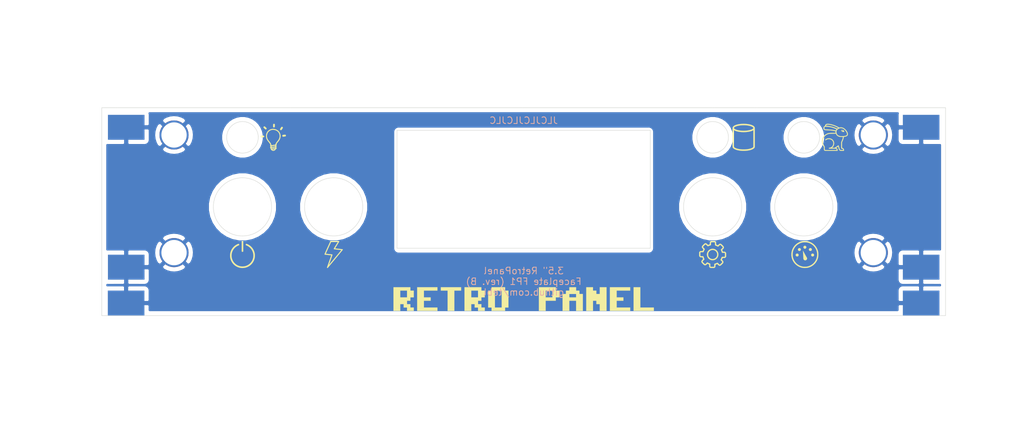
<source format=kicad_pcb>
(kicad_pcb (version 20171130) (host pcbnew "(5.1.8)-1")

  (general
    (thickness 1.6)
    (drawings 27)
    (tracks 0)
    (zones 0)
    (modules 18)
    (nets 2)
  )

  (page A4)
  (layers
    (0 F.Cu signal)
    (31 B.Cu signal)
    (32 B.Adhes user)
    (33 F.Adhes user)
    (34 B.Paste user)
    (35 F.Paste user)
    (36 B.SilkS user)
    (37 F.SilkS user)
    (38 B.Mask user)
    (39 F.Mask user)
    (40 Dwgs.User user)
    (41 Cmts.User user)
    (42 Eco1.User user)
    (43 Eco2.User user)
    (44 Edge.Cuts user)
    (45 Margin user)
    (46 B.CrtYd user)
    (47 F.CrtYd user)
    (48 B.Fab user hide)
    (49 F.Fab user)
  )

  (setup
    (last_trace_width 0.25)
    (trace_clearance 0.2)
    (zone_clearance 0.508)
    (zone_45_only no)
    (trace_min 0.2)
    (via_size 0.8)
    (via_drill 0.4)
    (via_min_size 0.4)
    (via_min_drill 0.3)
    (uvia_size 0.3)
    (uvia_drill 0.1)
    (uvias_allowed no)
    (uvia_min_size 0.2)
    (uvia_min_drill 0.1)
    (edge_width 0.05)
    (segment_width 0.2)
    (pcb_text_width 0.3)
    (pcb_text_size 1.5 1.5)
    (mod_edge_width 0.12)
    (mod_text_size 1 1)
    (mod_text_width 0.15)
    (pad_size 1.524 1.524)
    (pad_drill 0.762)
    (pad_to_mask_clearance 0)
    (aux_axis_origin 0 0)
    (grid_origin 100 100)
    (visible_elements 7FFFFFFF)
    (pcbplotparams
      (layerselection 0x011fc_ffffffff)
      (usegerberextensions true)
      (usegerberattributes false)
      (usegerberadvancedattributes false)
      (creategerberjobfile false)
      (excludeedgelayer true)
      (linewidth 0.100000)
      (plotframeref false)
      (viasonmask false)
      (mode 1)
      (useauxorigin false)
      (hpglpennumber 1)
      (hpglpenspeed 20)
      (hpglpendiameter 15.000000)
      (psnegative false)
      (psa4output false)
      (plotreference true)
      (plotvalue true)
      (plotinvisibletext false)
      (padsonsilk false)
      (subtractmaskfromsilk false)
      (outputformat 1)
      (mirror false)
      (drillshape 0)
      (scaleselection 1)
      (outputdirectory "export/"))
  )

  (net 0 "")
  (net 1 GND)

  (net_class Default "This is the default net class."
    (clearance 0.2)
    (trace_width 0.25)
    (via_dia 0.8)
    (via_drill 0.4)
    (uvia_dia 0.3)
    (uvia_drill 0.1)
  )

  (net_class PWR ""
    (clearance 0.2)
    (trace_width 0.381)
    (via_dia 0.8)
    (via_drill 0.4)
    (uvia_dia 0.3)
    (uvia_drill 0.1)
    (add_net GND)
  )

  (module RetroPanel:logo_small locked (layer F.Cu) (tedit 0) (tstamp 635F67D6)
    (at 150.75 102.286)
    (fp_text reference G*** (at 0 0) (layer F.SilkS) hide
      (effects (font (size 1.524 1.524) (thickness 0.3)))
    )
    (fp_text value LOGO (at 0.75 0) (layer F.SilkS) hide
      (effects (font (size 1.524 1.524) (thickness 0.3)))
    )
    (fp_poly (pts (xy 14.034835 1.042443) (xy 15.662062 1.042443) (xy 15.662062 1.44925) (xy 13.221221 1.44925)
      (xy 13.221221 -1.398398) (xy 14.034835 -1.398398) (xy 14.034835 1.042443)) (layer F.SilkS) (width 0.01))
    (fp_poly (pts (xy 12.814414 -0.991591) (xy 11.187187 -0.991591) (xy 11.187187 -0.177978) (xy 12.000801 -0.177978)
      (xy 12.000801 0.228829) (xy 11.187187 0.228829) (xy 11.187187 1.042443) (xy 12.814414 1.042443)
      (xy 12.814414 1.44925) (xy 10.373573 1.44925) (xy 10.373573 -1.398398) (xy 12.814414 -1.398398)
      (xy 12.814414 -0.991591)) (layer F.SilkS) (width 0.01))
    (fp_poly (pts (xy 8.339539 -0.991591) (xy 8.746346 -0.991591) (xy 8.746346 -0.584784) (xy 9.153153 -0.584784)
      (xy 9.153153 -1.398398) (xy 9.966767 -1.398398) (xy 9.966767 1.44925) (xy 9.153153 1.44925)
      (xy 9.153153 0.635636) (xy 8.746346 0.635636) (xy 8.746346 0.228829) (xy 8.339539 0.228829)
      (xy 8.339539 1.44925) (xy 7.525926 1.44925) (xy 7.525926 -1.398398) (xy 8.339539 -1.398398)
      (xy 8.339539 -0.991591)) (layer F.SilkS) (width 0.01))
    (fp_poly (pts (xy 6.305505 -0.991591) (xy 6.712312 -0.991591) (xy 6.712312 -0.584784) (xy 7.119119 -0.584784)
      (xy 7.119119 1.44925) (xy 6.305505 1.44925) (xy 6.305505 0.228829) (xy 5.491892 0.228829)
      (xy 5.491892 1.44925) (xy 4.678278 1.44925) (xy 4.678278 -0.584784) (xy 5.085085 -0.584784)
      (xy 5.491892 -0.584784) (xy 5.491892 -0.177978) (xy 6.305505 -0.177978) (xy 6.305505 -0.584784)
      (xy 5.491892 -0.584784) (xy 5.085085 -0.584784) (xy 5.085085 -0.991591) (xy 5.491892 -0.991591)
      (xy 5.491892 -1.398398) (xy 6.305505 -1.398398) (xy 6.305505 -0.991591)) (layer F.SilkS) (width 0.01))
    (fp_poly (pts (xy 3.864664 -0.991591) (xy 4.271471 -0.991591) (xy 4.271471 -0.177978) (xy 3.864664 -0.177978)
      (xy 3.864664 0.228829) (xy 2.644244 0.228829) (xy 2.644244 1.44925) (xy 1.83063 1.44925)
      (xy 1.83063 -0.991591) (xy 2.644244 -0.991591) (xy 2.644244 -0.177978) (xy 3.457858 -0.177978)
      (xy 3.457858 -0.991591) (xy 2.644244 -0.991591) (xy 1.83063 -0.991591) (xy 1.83063 -1.398398)
      (xy 3.864664 -1.398398) (xy 3.864664 -0.991591)) (layer F.SilkS) (width 0.01))
    (fp_poly (pts (xy -2.237438 -0.991591) (xy -1.830631 -0.991591) (xy -1.830631 1.042443) (xy -2.237438 1.042443)
      (xy -2.237438 1.44925) (xy -3.864665 1.44925) (xy -3.864665 1.042443) (xy -4.271472 1.042443)
      (xy -4.271472 -0.991591) (xy -3.864665 -0.991591) (xy -3.457858 -0.991591) (xy -3.457858 1.042443)
      (xy -2.644244 1.042443) (xy -2.644244 -0.991591) (xy -3.457858 -0.991591) (xy -3.864665 -0.991591)
      (xy -3.864665 -1.398398) (xy -2.237438 -1.398398) (xy -2.237438 -0.991591)) (layer F.SilkS) (width 0.01))
    (fp_poly (pts (xy -5.085085 -0.991591) (xy -4.678279 -0.991591) (xy -4.678279 -0.177978) (xy -5.085085 -0.177978)
      (xy -5.085085 0.228829) (xy -5.491892 0.228829) (xy -5.491892 0.635636) (xy -5.085085 0.635636)
      (xy -5.085085 1.042443) (xy -4.678279 1.042443) (xy -4.678279 1.44925) (xy -5.491892 1.44925)
      (xy -5.491892 1.042443) (xy -5.898699 1.042443) (xy -5.898699 0.635636) (xy -6.305506 0.635636)
      (xy -6.305506 1.44925) (xy -7.119119 1.44925) (xy -7.119119 -0.991591) (xy -6.305506 -0.991591)
      (xy -6.305506 -0.177978) (xy -5.491892 -0.177978) (xy -5.491892 -0.991591) (xy -6.305506 -0.991591)
      (xy -7.119119 -0.991591) (xy -7.119119 -1.398398) (xy -5.085085 -1.398398) (xy -5.085085 -0.991591)) (layer F.SilkS) (width 0.01))
    (fp_poly (pts (xy -7.525926 -0.991591) (xy -8.33954 -0.991591) (xy -8.33954 1.44925) (xy -9.153153 1.44925)
      (xy -9.153153 -0.991591) (xy -9.966767 -0.991591) (xy -9.966767 -1.398398) (xy -7.525926 -1.398398)
      (xy -7.525926 -0.991591)) (layer F.SilkS) (width 0.01))
    (fp_poly (pts (xy -10.373574 -0.991591) (xy -12.000801 -0.991591) (xy -12.000801 -0.177978) (xy -11.187187 -0.177978)
      (xy -11.187187 0.228829) (xy -12.000801 0.228829) (xy -12.000801 1.042443) (xy -10.373574 1.042443)
      (xy -10.373574 1.44925) (xy -12.814415 1.44925) (xy -12.814415 -1.398398) (xy -10.373574 -1.398398)
      (xy -10.373574 -0.991591)) (layer F.SilkS) (width 0.01))
    (fp_poly (pts (xy -13.628028 -0.991591) (xy -13.221221 -0.991591) (xy -13.221221 -0.177978) (xy -13.628028 -0.177978)
      (xy -13.628028 0.228829) (xy -14.034835 0.228829) (xy -14.034835 0.635636) (xy -13.628028 0.635636)
      (xy -13.628028 1.042443) (xy -13.221221 1.042443) (xy -13.221221 1.44925) (xy -14.034835 1.44925)
      (xy -14.034835 1.042443) (xy -14.441642 1.042443) (xy -14.441642 0.635636) (xy -14.848449 0.635636)
      (xy -14.848449 1.44925) (xy -15.662062 1.44925) (xy -15.662062 -0.991591) (xy -14.848449 -0.991591)
      (xy -14.848449 -0.177978) (xy -14.034835 -0.177978) (xy -14.034835 -0.991591) (xy -14.848449 -0.991591)
      (xy -15.662062 -0.991591) (xy -15.662062 -1.398398) (xy -13.628028 -1.398398) (xy -13.628028 -0.991591)) (layer F.SilkS) (width 0.01))
  )

  (module RetroPanel:icon_extra locked (layer F.Cu) (tedit 0) (tstamp 635F6674)
    (at 173.483 96.952)
    (fp_text reference G*** (at 0 0) (layer F.SilkS) hide
      (effects (font (size 1.524 1.524) (thickness 0.3)))
    )
    (fp_text value LOGO (at 0.75 0) (layer F.SilkS) hide
      (effects (font (size 1.524 1.524) (thickness 0.3)))
    )
    (fp_poly (pts (xy 0.048919 -0.688641) (xy 0.068581 -0.686783) (xy 0.130846 -0.678005) (xy 0.186027 -0.665306)
      (xy 0.239433 -0.647155) (xy 0.296371 -0.622018) (xy 0.301625 -0.619471) (xy 0.382569 -0.574095)
      (xy 0.453387 -0.521556) (xy 0.515031 -0.460904) (xy 0.568452 -0.391186) (xy 0.6146 -0.311451)
      (xy 0.61947 -0.301625) (xy 0.655425 -0.215126) (xy 0.678841 -0.128406) (xy 0.689864 -0.04066)
      (xy 0.68864 0.048919) (xy 0.686782 0.068581) (xy 0.678004 0.130846) (xy 0.665305 0.186027)
      (xy 0.647154 0.239433) (xy 0.622017 0.296371) (xy 0.61947 0.301625) (xy 0.573884 0.382793)
      (xy 0.520916 0.453932) (xy 0.459702 0.515905) (xy 0.38938 0.569576) (xy 0.309086 0.615807)
      (xy 0.301625 0.619494) (xy 0.215445 0.655376) (xy 0.128882 0.678796) (xy 0.040679 0.689964)
      (xy -0.050419 0.689087) (xy -0.092075 0.684897) (xy -0.159432 0.672529) (xy -0.225822 0.65218)
      (xy -0.295122 0.622641) (xy -0.301625 0.619494) (xy -0.382825 0.573867) (xy -0.453977 0.520876)
      (xy -0.515947 0.459657) (xy -0.569596 0.389347) (xy -0.615788 0.309083) (xy -0.619471 0.301625)
      (xy -0.645456 0.243671) (xy -0.664299 0.189536) (xy -0.677551 0.133871) (xy -0.686761 0.071327)
      (xy -0.687104 0.068279) (xy -0.690183 -0.002514) (xy -0.544987 -0.002514) (xy -0.543267 0.044821)
      (xy -0.539035 0.089832) (xy -0.532488 0.127997) (xy -0.530459 0.136134) (xy -0.502269 0.217261)
      (xy -0.463982 0.290977) (xy -0.416197 0.356713) (xy -0.359512 0.413901) (xy -0.294527 0.461974)
      (xy -0.221841 0.500363) (xy -0.142052 0.528501) (xy -0.10795 0.536829) (xy -0.077225 0.541161)
      (xy -0.038084 0.54339) (xy 0.005593 0.543616) (xy 0.049924 0.541936) (xy 0.091028 0.538449)
      (xy 0.125022 0.533255) (xy 0.136134 0.530619) (xy 0.216941 0.502225) (xy 0.290479 0.463888)
      (xy 0.356109 0.416316) (xy 0.413188 0.360212) (xy 0.461074 0.296284) (xy 0.499128 0.225237)
      (xy 0.526707 0.147777) (xy 0.540106 0.086056) (xy 0.543998 0.047646) (xy 0.544986 0.002513)
      (xy 0.543266 -0.044822) (xy 0.539034 -0.089833) (xy 0.532487 -0.127998) (xy 0.530458 -0.136135)
      (xy 0.502488 -0.216495) (xy 0.464432 -0.289778) (xy 0.417034 -0.355309) (xy 0.361038 -0.412411)
      (xy 0.297187 -0.460408) (xy 0.226227 -0.498622) (xy 0.148902 -0.526378) (xy 0.086056 -0.540107)
      (xy 0.047646 -0.543999) (xy 0.002513 -0.544987) (xy -0.044822 -0.543267) (xy -0.089833 -0.539035)
      (xy -0.127998 -0.532488) (xy -0.136135 -0.530459) (xy -0.216495 -0.502489) (xy -0.289778 -0.464433)
      (xy -0.355309 -0.417035) (xy -0.412411 -0.361039) (xy -0.460408 -0.297188) (xy -0.498622 -0.226228)
      (xy -0.526378 -0.148903) (xy -0.540107 -0.086057) (xy -0.543999 -0.047647) (xy -0.544987 -0.002514)
      (xy -0.690183 -0.002514) (xy -0.690996 -0.021183) (xy -0.682517 -0.109267) (xy -0.661566 -0.196523)
      (xy -0.628041 -0.2835) (xy -0.619471 -0.301625) (xy -0.574095 -0.38257) (xy -0.521556 -0.453388)
      (xy -0.460904 -0.515032) (xy -0.391186 -0.568453) (xy -0.311451 -0.614601) (xy -0.301625 -0.619471)
      (xy -0.215126 -0.655426) (xy -0.128406 -0.678842) (xy -0.04066 -0.689865) (xy 0.048919 -0.688641)) (layer F.SilkS) (width 0.01))
    (fp_poly (pts (xy 0.293307 -1.604682) (xy 0.329081 -1.581706) (xy 0.362306 -1.550521) (xy 0.389554 -1.514849)
      (xy 0.405951 -1.482466) (xy 0.410612 -1.468728) (xy 0.414036 -1.45458) (xy 0.416408 -1.437801)
      (xy 0.417913 -1.416172) (xy 0.418737 -1.387472) (xy 0.419064 -1.34948) (xy 0.4191 -1.3246)
      (xy 0.4191 -1.201876) (xy 0.449262 -1.190624) (xy 0.466849 -1.183497) (xy 0.492459 -1.172402)
      (xy 0.522659 -1.158853) (xy 0.554019 -1.144368) (xy 0.554126 -1.144317) (xy 0.628828 -1.109263)
      (xy 0.709701 -1.188614) (xy 0.746615 -1.223987) (xy 0.777275 -1.250853) (xy 0.803788 -1.270263)
      (xy 0.828261 -1.283271) (xy 0.852801 -1.290927) (xy 0.879517 -1.294283) (xy 0.910515 -1.294392)
      (xy 0.92075 -1.29396) (xy 0.944641 -1.292336) (xy 0.965609 -1.289412) (xy 0.984986 -1.284301)
      (xy 1.004103 -1.276111) (xy 1.024292 -1.263953) (xy 1.046886 -1.246939) (xy 1.073216 -1.224178)
      (xy 1.104614 -1.194781) (xy 1.142413 -1.157858) (xy 1.178876 -1.121584) (xy 1.222355 -1.077837)
      (xy 1.257554 -1.041499) (xy 1.285434 -1.011263) (xy 1.306954 -0.985824) (xy 1.323071 -0.963874)
      (xy 1.334746 -0.944109) (xy 1.342938 -0.925221) (xy 1.348606 -0.905904) (xy 1.352708 -0.884853)
      (xy 1.352711 -0.884831) (xy 1.354583 -0.841523) (xy 1.347746 -0.796103) (xy 1.333154 -0.754704)
      (xy 1.332152 -0.752677) (xy 1.323605 -0.740038) (xy 1.307678 -0.720449) (xy 1.286064 -0.695842)
      (xy 1.26046 -0.66815) (xy 1.233752 -0.640512) (xy 1.148244 -0.553948) (xy 1.177582 -0.480618)
      (xy 1.190007 -0.448889) (xy 1.201573 -0.418153) (xy 1.210912 -0.392113) (xy 1.216301 -0.375699)
      (xy 1.225682 -0.34411) (xy 1.341503 -0.341867) (xy 1.38302 -0.340969) (xy 1.414143 -0.33992)
      (xy 1.437176 -0.338429) (xy 1.454424 -0.336207) (xy 1.468193 -0.332962) (xy 1.480787 -0.328405)
      (xy 1.493497 -0.322719) (xy 1.5346 -0.297247) (xy 1.571117 -0.262644) (xy 1.59952 -0.222433)
      (xy 1.605469 -0.210798) (xy 1.622425 -0.174625) (xy 1.622425 0.257175) (xy 1.604681 0.293307)
      (xy 1.581705 0.329081) (xy 1.55052 0.362306) (xy 1.514848 0.389554) (xy 1.482465 0.405951)
      (xy 1.468727 0.410612) (xy 1.454579 0.414036) (xy 1.4378 0.416408) (xy 1.416171 0.417913)
      (xy 1.387471 0.418737) (xy 1.349479 0.419064) (xy 1.324599 0.4191) (xy 1.201875 0.4191)
      (xy 1.190623 0.449262) (xy 1.183506 0.466821) (xy 1.172416 0.492417) (xy 1.158861 0.522633)
      (xy 1.144351 0.554051) (xy 1.144159 0.554458) (xy 1.108948 0.629492) (xy 1.182479 0.700508)
      (xy 1.218078 0.735675) (xy 1.24511 0.764848) (xy 1.264728 0.79021) (xy 1.278084 0.81394)
      (xy 1.28633 0.83822) (xy 1.290621 0.86523) (xy 1.292108 0.897152) (xy 1.29218 0.90805)
      (xy 1.291992 0.9338) (xy 1.290826 0.955747) (xy 1.287836 0.975229) (xy 1.282177 0.993586)
      (xy 1.273001 1.012159) (xy 1.259464 1.032288) (xy 1.24072 1.055313) (xy 1.215922 1.082574)
      (xy 1.184224 1.115412) (xy 1.14478 1.155165) (xy 1.121465 1.178479) (xy 1.078352 1.221335)
      (xy 1.042775 1.256021) (xy 1.013446 1.283501) (xy 0.989078 1.304739) (xy 0.968383 1.320699)
      (xy 0.950075 1.332347) (xy 0.932866 1.340646) (xy 0.915468 1.346561) (xy 0.896595 1.351056)
      (xy 0.889169 1.352517) (xy 0.848179 1.355226) (xy 0.804079 1.349692) (xy 0.762623 1.336772)
      (xy 0.75282 1.332225) (xy 0.74015 1.323663) (xy 0.720528 1.307716) (xy 0.695881 1.286076)
      (xy 0.66814 1.260436) (xy 0.640143 1.233387) (xy 0.553211 1.147515) (xy 0.499496 1.170591)
      (xy 0.467217 1.183821) (xy 0.431375 1.197538) (xy 0.399007 1.209061) (xy 0.394932 1.21042)
      (xy 0.344083 1.227172) (xy 0.341904 1.342248) (xy 0.341055 1.383321) (xy 0.340081 1.41401)
      (xy 0.338668 1.436629) (xy 0.336502 1.453493) (xy 0.33327 1.466917) (xy 0.328658 1.479216)
      (xy 0.322351 1.492703) (xy 0.321188 1.495079) (xy 0.293001 1.539411) (xy 0.256328 1.576575)
      (xy 0.213621 1.604118) (xy 0.210797 1.605469) (xy 0.174625 1.622425) (xy -0.03175 1.623751)
      (xy -0.093579 1.624013) (xy -0.143912 1.623903) (xy -0.183948 1.623382) (xy -0.214887 1.622415)
      (xy -0.237929 1.620965) (xy -0.254272 1.618995) (xy -0.264642 1.616622) (xy -0.307344 1.596901)
      (xy -0.346598 1.567289) (xy -0.379503 1.530547) (xy -0.403157 1.489431) (xy -0.406059 1.482179)
      (xy -0.410686 1.4685) (xy -0.414085 1.454327) (xy -0.416439 1.437445) (xy -0.417932 1.415638)
      (xy -0.418748 1.386691) (xy -0.419068 1.348389) (xy -0.4191 1.324599) (xy -0.4191 1.201875)
      (xy -0.449263 1.190623) (xy -0.466813 1.18351) (xy -0.492404 1.172421) (xy -0.522625 1.158864)
      (xy -0.554062 1.144345) (xy -0.554573 1.144105) (xy -0.629721 1.10884) (xy -0.700623 1.182386)
      (xy -0.735758 1.218016) (xy -0.764908 1.245071) (xy -0.790254 1.264706) (xy -0.813974 1.278073)
      (xy -0.838249 1.286327) (xy -0.865258 1.290621) (xy -0.89718 1.292108) (xy -0.90805 1.29218)
      (xy -0.93395 1.291978) (xy -0.956015 1.290767) (xy -0.975609 1.287695) (xy -0.994093 1.281911)
      (xy -1.012828 1.272563) (xy -1.033175 1.2588) (xy -1.056497 1.239769) (xy -1.084154 1.214619)
      (xy -1.117508 1.182499) (xy -1.157921 1.142557) (xy -1.175969 1.124596) (xy -1.215855 1.084731)
      (xy -1.247726 1.052452) (xy -1.272682 1.0265) (xy -1.291824 1.005619) (xy -1.306253 0.98855)
      (xy -1.317069 0.974037) (xy -1.325372 0.960821) (xy -1.332263 0.947646) (xy -1.333967 0.944056)
      (xy -1.345073 0.918164) (xy -1.351241 0.896421) (xy -1.353823 0.872625) (xy -1.354222 0.851201)
      (xy -1.353199 0.82238) (xy -1.349429 0.797104) (xy -1.341861 0.77353) (xy -1.329443 0.749815)
      (xy -1.311124 0.724115) (xy -1.28585 0.694586) (xy -1.252572 0.659385) (xy -1.234022 0.640514)
      (xy -1.147773 0.55347) (xy -1.170339 0.500572) (xy -1.183633 0.468093) (xy -1.19766 0.431742)
      (xy -1.209597 0.398856) (xy -1.210626 0.395869) (xy -1.228346 0.344063) (xy -1.342836 0.341894)
      (xy -1.383797 0.341046) (xy -1.414384 0.340068) (xy -1.436921 0.338646) (xy -1.453732 0.336462)
      (xy -1.467142 0.3332) (xy -1.479474 0.328545) (xy -1.493053 0.322181) (xy -1.49508 0.321188)
      (xy -1.539412 0.293001) (xy -1.576576 0.256328) (xy -1.604119 0.213621) (xy -1.60547 0.210797)
      (xy -1.622425 0.174625) (xy -1.622425 -0.041145) (xy -1.479551 -0.041145) (xy -1.479476 0.01366)
      (xy -1.479202 0.057201) (xy -1.478655 0.090911) (xy -1.477763 0.116223) (xy -1.476452 0.134573)
      (xy -1.474647 0.147395) (xy -1.472277 0.156122) (xy -1.469267 0.162189) (xy -1.469126 0.162406)
      (xy -1.462234 0.171929) (xy -1.454467 0.179327) (xy -1.444176 0.184914) (xy -1.429711 0.189003)
      (xy -1.409424 0.191906) (xy -1.381666 0.193939) (xy -1.344786 0.195413) (xy -1.297136 0.196643)
      (xy -1.287863 0.19685) (xy -1.143801 0.200025) (xy -1.125218 0.217844) (xy -1.113972 0.231707)
      (xy -1.104493 0.251173) (xy -1.095421 0.279257) (xy -1.092302 0.290869) (xy -1.081424 0.327549)
      (xy -1.066351 0.371305) (xy -1.0487 0.417923) (xy -1.03009 0.463186) (xy -1.012137 0.502881)
      (xy -1.006666 0.513973) (xy -0.99561 0.542229) (xy -0.990689 0.569084) (xy -0.9906 0.572465)
      (xy -0.990883 0.581127) (xy -0.992433 0.589106) (xy -0.996306 0.597724) (xy -1.003554 0.6083)
      (xy -1.015232 0.622156) (xy -1.032395 0.640613) (xy -1.056096 0.664991) (xy -1.087389 0.696611)
      (xy -1.099038 0.708333) (xy -1.133466 0.743125) (xy -1.159901 0.770338) (xy -1.179427 0.791274)
      (xy -1.193128 0.807235) (xy -1.20209 0.819524) (xy -1.207395 0.829443) (xy -1.21013 0.838295)
      (xy -1.210861 0.842649) (xy -1.209835 0.871689) (xy -1.20451 0.886379) (xy -1.197496 0.895684)
      (xy -1.18269 0.912483) (xy -1.16139 0.935403) (xy -1.134894 0.963068) (xy -1.1045 0.994105)
      (xy -1.07205 1.026601) (xy -1.028824 1.069333) (xy -0.993161 1.10334) (xy -0.963514 1.128747)
      (xy -0.938336 1.145679) (xy -0.916082 1.154259) (xy -0.895204 1.154612) (xy -0.874156 1.146862)
      (xy -0.851392 1.131135) (xy -0.825364 1.107554) (xy -0.794527 1.076244) (xy -0.770295 1.05089)
      (xy -0.742682 1.022391) (xy -0.717132 0.99683) (xy -0.695254 0.975754) (xy -0.678655 0.960708)
      (xy -0.668945 0.953237) (xy -0.66839 0.952955) (xy -0.652091 0.947663) (xy -0.634977 0.94742)
      (xy -0.614596 0.952841) (xy -0.588499 0.964541) (xy -0.559205 0.980323) (xy -0.484231 1.019377)
      (xy -0.409399 1.052423) (xy -0.354916 1.072423) (xy -0.334055 1.079406) (xy -0.317654 1.086003)
      (xy -0.305143 1.093759) (xy -0.295955 1.104218) (xy -0.289519 1.118923) (xy -0.285267 1.13942)
      (xy -0.28263 1.167252) (xy -0.281038 1.203963) (xy -0.279923 1.251098) (xy -0.2794 1.277341)
      (xy -0.276225 1.436098) (xy -0.228787 1.47955) (xy -0.041145 1.47955) (xy 0.01366 1.479475)
      (xy 0.057201 1.479201) (xy 0.090911 1.478654) (xy 0.116223 1.477762) (xy 0.134573 1.476451)
      (xy 0.147395 1.474646) (xy 0.156122 1.472276) (xy 0.162189 1.469266) (xy 0.162406 1.469125)
      (xy 0.171929 1.462233) (xy 0.179327 1.454466) (xy 0.184914 1.444175) (xy 0.189003 1.42971)
      (xy 0.191906 1.409423) (xy 0.193939 1.381665) (xy 0.195413 1.344785) (xy 0.196643 1.297135)
      (xy 0.19685 1.287862) (xy 0.200025 1.1438) (xy 0.217844 1.125217) (xy 0.231707 1.113971)
      (xy 0.251173 1.104492) (xy 0.279257 1.09542) (xy 0.290869 1.092301) (xy 0.327549 1.081423)
      (xy 0.371305 1.06635) (xy 0.417923 1.048699) (xy 0.463186 1.030089) (xy 0.502881 1.012136)
      (xy 0.513973 1.006665) (xy 0.542229 0.995609) (xy 0.569084 0.990688) (xy 0.572465 0.9906)
      (xy 0.581127 0.990882) (xy 0.589106 0.992432) (xy 0.597724 0.996305) (xy 0.6083 1.003553)
      (xy 0.622156 1.015231) (xy 0.640613 1.032394) (xy 0.664991 1.056095) (xy 0.696611 1.087388)
      (xy 0.708333 1.099037) (xy 0.743125 1.133465) (xy 0.770338 1.1599) (xy 0.791274 1.179426)
      (xy 0.807235 1.193127) (xy 0.819524 1.202089) (xy 0.829443 1.207394) (xy 0.838295 1.210129)
      (xy 0.842649 1.21086) (xy 0.871689 1.209834) (xy 0.886379 1.204509) (xy 0.895684 1.197495)
      (xy 0.912483 1.182689) (xy 0.935403 1.161389) (xy 0.963068 1.134893) (xy 0.994105 1.104499)
      (xy 1.026601 1.072049) (xy 1.069301 1.028854) (xy 1.103281 0.993223) (xy 1.128671 0.963608)
      (xy 1.145602 0.938465) (xy 1.154206 0.91625) (xy 1.154611 0.895416) (xy 1.146951 0.874419)
      (xy 1.131354 0.851714) (xy 1.107953 0.825756) (xy 1.076877 0.794998) (xy 1.052067 0.771166)
      (xy 1.023729 0.743666) (xy 0.998242 0.718336) (xy 0.977172 0.696778) (xy 0.962084 0.680598)
      (xy 0.954544 0.671399) (xy 0.954312 0.67101) (xy 0.94794 0.654627) (xy 0.947373 0.636536)
      (xy 0.953124 0.614519) (xy 0.965711 0.586358) (xy 0.980323 0.559204) (xy 1.019377 0.48423)
      (xy 1.052423 0.409398) (xy 1.072423 0.354915) (xy 1.079406 0.334054) (xy 1.086003 0.317653)
      (xy 1.093759 0.305142) (xy 1.104218 0.295954) (xy 1.118923 0.289518) (xy 1.13942 0.285266)
      (xy 1.167252 0.282629) (xy 1.203963 0.281037) (xy 1.251098 0.279922) (xy 1.277341 0.2794)
      (xy 1.436098 0.276225) (xy 1.457824 0.252505) (xy 1.479549 0.228786) (xy 1.479549 0.041144)
      (xy 1.479475 -0.013661) (xy 1.479201 -0.057202) (xy 1.478654 -0.090912) (xy 1.477762 -0.116224)
      (xy 1.476451 -0.134574) (xy 1.474646 -0.147396) (xy 1.472276 -0.156123) (xy 1.469266 -0.16219)
      (xy 1.469125 -0.162407) (xy 1.462233 -0.17193) (xy 1.454466 -0.179328) (xy 1.444175 -0.184915)
      (xy 1.42971 -0.189004) (xy 1.409423 -0.191907) (xy 1.381665 -0.19394) (xy 1.344785 -0.195414)
      (xy 1.297135 -0.196644) (xy 1.287862 -0.19685) (xy 1.1438 -0.200025) (xy 1.124802 -0.218243)
      (xy 1.107105 -0.24333) (xy 1.098108 -0.269043) (xy 1.088076 -0.305486) (xy 1.073786 -0.349322)
      (xy 1.056674 -0.396593) (xy 1.038178 -0.443339) (xy 1.019733 -0.485602) (xy 1.018673 -0.48788)
      (xy 1.002874 -0.524356) (xy 0.993911 -0.552508) (xy 0.991454 -0.574495) (xy 0.995173 -0.592476)
      (xy 1.000998 -0.603425) (xy 1.008448 -0.612482) (xy 1.023411 -0.628945) (xy 1.04441 -0.651251)
      (xy 1.069967 -0.677839) (xy 1.098605 -0.707144) (xy 1.109411 -0.718087) (xy 1.141977 -0.751153)
      (xy 1.166605 -0.776743) (xy 1.184439 -0.79626) (xy 1.196625 -0.811106) (xy 1.204304 -0.822685)
      (xy 1.208622 -0.832399) (xy 1.210722 -0.84165) (xy 1.210835 -0.842466) (xy 1.209869 -0.871602)
      (xy 1.204564 -0.88638) (xy 1.197558 -0.895681) (xy 1.182749 -0.912463) (xy 1.161436 -0.935355)
      (xy 1.134919 -0.962982) (xy 1.104498 -0.993971) (xy 1.072104 -1.026325) (xy 1.032784 -1.065006)
      (xy 1.001087 -1.095477) (xy 0.975758 -1.118609) (xy 0.955544 -1.135274) (xy 0.939192 -1.146346)
      (xy 0.925446 -1.152696) (xy 0.913054 -1.155196) (xy 0.900762 -1.154719) (xy 0.890283 -1.152807)
      (xy 0.878236 -1.146277) (xy 0.858238 -1.130363) (xy 0.830593 -1.105334) (xy 0.795605 -1.071457)
      (xy 0.780745 -1.056618) (xy 0.751931 -1.028032) (xy 0.725093 -1.002132) (xy 0.701881 -0.980452)
      (xy 0.683943 -0.964527) (xy 0.672928 -0.955892) (xy 0.671827 -0.955241) (xy 0.655198 -0.948596)
      (xy 0.638051 -0.947245) (xy 0.617945 -0.95173) (xy 0.59244 -0.962596) (xy 0.559204 -0.980324)
      (xy 0.48423 -1.019378) (xy 0.409398 -1.052424) (xy 0.354915 -1.072424) (xy 0.334054 -1.079407)
      (xy 0.317653 -1.086004) (xy 0.305142 -1.09376) (xy 0.295954 -1.104219) (xy 0.289518 -1.118924)
      (xy 0.285266 -1.139421) (xy 0.282629 -1.167253) (xy 0.281037 -1.203964) (xy 0.279922 -1.251099)
      (xy 0.2794 -1.277342) (xy 0.276225 -1.436099) (xy 0.252505 -1.457825) (xy 0.228786 -1.47955)
      (xy 0.041144 -1.47955) (xy -0.013661 -1.479476) (xy -0.057202 -1.479202) (xy -0.090912 -1.478655)
      (xy -0.116224 -1.477763) (xy -0.134574 -1.476452) (xy -0.147396 -1.474647) (xy -0.156123 -1.472277)
      (xy -0.16219 -1.469267) (xy -0.162407 -1.469126) (xy -0.17193 -1.462234) (xy -0.179328 -1.454467)
      (xy -0.184915 -1.444176) (xy -0.189004 -1.429711) (xy -0.191907 -1.409424) (xy -0.19394 -1.381666)
      (xy -0.195414 -1.344786) (xy -0.196644 -1.297136) (xy -0.19685 -1.287863) (xy -0.200025 -1.143801)
      (xy -0.217845 -1.125218) (xy -0.231708 -1.113972) (xy -0.251174 -1.104493) (xy -0.279258 -1.095421)
      (xy -0.29087 -1.092302) (xy -0.32755 -1.081424) (xy -0.371306 -1.066351) (xy -0.417924 -1.0487)
      (xy -0.463187 -1.03009) (xy -0.502882 -1.012137) (xy -0.513974 -1.006666) (xy -0.548496 -0.9936)
      (xy -0.578222 -0.992012) (xy -0.603757 -1.001888) (xy -0.607157 -1.004278) (xy -0.617128 -1.012803)
      (xy -0.634425 -1.028735) (xy -0.657394 -1.050502) (xy -0.684378 -1.07653) (xy -0.713724 -1.105247)
      (xy -0.721264 -1.112692) (xy -0.753787 -1.144661) (xy -0.778871 -1.168711) (xy -0.797954 -1.186006)
      (xy -0.812474 -1.197709) (xy -0.823868 -1.204985) (xy -0.833574 -1.208997) (xy -0.842468 -1.210837)
      (xy -0.871602 -1.20987) (xy -0.88638 -1.204565) (xy -0.895681 -1.197559) (xy -0.912463 -1.18275)
      (xy -0.935355 -1.161437) (xy -0.962982 -1.13492) (xy -0.993971 -1.104499) (xy -1.026325 -1.072105)
      (xy -1.065006 -1.032785) (xy -1.095477 -1.001088) (xy -1.118609 -0.975759) (xy -1.135274 -0.955545)
      (xy -1.146346 -0.939193) (xy -1.152696 -0.925447) (xy -1.155196 -0.913055) (xy -1.154719 -0.900763)
      (xy -1.152807 -0.890284) (xy -1.146277 -0.878237) (xy -1.130363 -0.858239) (xy -1.105334 -0.830594)
      (xy -1.071457 -0.795606) (xy -1.056618 -0.780746) (xy -1.028032 -0.751932) (xy -1.002132 -0.725094)
      (xy -0.980452 -0.701882) (xy -0.964527 -0.683944) (xy -0.955892 -0.672929) (xy -0.955241 -0.671828)
      (xy -0.948596 -0.655199) (xy -0.947245 -0.638052) (xy -0.95173 -0.617946) (xy -0.962596 -0.592441)
      (xy -0.980324 -0.559205) (xy -1.019378 -0.484231) (xy -1.052424 -0.409399) (xy -1.072424 -0.354916)
      (xy -1.079407 -0.334055) (xy -1.086004 -0.317654) (xy -1.09376 -0.305143) (xy -1.104219 -0.295955)
      (xy -1.118924 -0.289519) (xy -1.139421 -0.285267) (xy -1.167253 -0.28263) (xy -1.203964 -0.281038)
      (xy -1.251099 -0.279923) (xy -1.277342 -0.2794) (xy -1.436099 -0.276225) (xy -1.457825 -0.252506)
      (xy -1.47955 -0.228787) (xy -1.479551 -0.041145) (xy -1.622425 -0.041145) (xy -1.622425 -0.257175)
      (xy -1.604682 -0.293308) (xy -1.581706 -0.329082) (xy -1.550521 -0.362307) (xy -1.514849 -0.389555)
      (xy -1.482466 -0.405952) (xy -1.468728 -0.410613) (xy -1.45458 -0.414037) (xy -1.437801 -0.416409)
      (xy -1.416172 -0.417914) (xy -1.387472 -0.418738) (xy -1.34948 -0.419065) (xy -1.3246 -0.419101)
      (xy -1.201876 -0.419101) (xy -1.190624 -0.449263) (xy -1.183497 -0.46685) (xy -1.172402 -0.49246)
      (xy -1.158853 -0.52266) (xy -1.144368 -0.55402) (xy -1.144317 -0.554127) (xy -1.109263 -0.628829)
      (xy -1.188614 -0.709702) (xy -1.223987 -0.746616) (xy -1.250853 -0.777276) (xy -1.270263 -0.803789)
      (xy -1.283271 -0.828262) (xy -1.290927 -0.852802) (xy -1.294283 -0.879518) (xy -1.294392 -0.910516)
      (xy -1.29396 -0.92075) (xy -1.292337 -0.944611) (xy -1.289415 -0.965559) (xy -1.284307 -0.984927)
      (xy -1.276123 -1.004045) (xy -1.263977 -1.024245) (xy -1.246979 -1.046859) (xy -1.224243 -1.073217)
      (xy -1.194881 -1.10465) (xy -1.158004 -1.14249) (xy -1.121584 -1.179184) (xy -1.08223 -1.218524)
      (xy -1.050437 -1.249874) (xy -1.024917 -1.274353) (xy -1.004384 -1.293083) (xy -0.98755 -1.307183)
      (xy -0.973128 -1.317774) (xy -0.959831 -1.325977) (xy -0.946372 -1.332912) (xy -0.943369 -1.334329)
      (xy -0.917185 -1.345587) (xy -0.895568 -1.351776) (xy -0.872212 -1.354272) (xy -0.850531 -1.354551)
      (xy -0.821751 -1.353324) (xy -0.796458 -1.349339) (xy -0.772809 -1.341536) (xy -0.748959 -1.328858)
      (xy -0.723063 -1.310246) (xy -0.693278 -1.28464) (xy -0.657759 -1.250984) (xy -0.640499 -1.234006)
      (xy -0.55344 -1.147742) (xy -0.484683 -1.176522) (xy -0.453162 -1.189364) (xy -0.421844 -1.201523)
      (xy -0.394888 -1.211414) (xy -0.380002 -1.2164) (xy -0.344079 -1.227498) (xy -0.341902 -1.342412)
      (xy -0.341053 -1.383454) (xy -0.340078 -1.414114) (xy -0.338663 -1.436711) (xy -0.336492 -1.45356)
      (xy -0.333252 -1.46698) (xy -0.328628 -1.479288) (xy -0.322305 -1.4928) (xy -0.321189 -1.49508)
      (xy -0.293002 -1.539412) (xy -0.256329 -1.576576) (xy -0.213622 -1.604119) (xy -0.210798 -1.60547)
      (xy -0.174625 -1.622425) (xy 0.257175 -1.622425) (xy 0.293307 -1.604682)) (layer F.SilkS) (width 0.01))
  )

  (module RetroPanel:icon_hdd locked (layer F.Cu) (tedit 0) (tstamp 635F6155)
    (at 177.216 82.855)
    (fp_text reference G*** (at 0 0) (layer F.SilkS) hide
      (effects (font (size 1.524 1.524) (thickness 0.3)))
    )
    (fp_text value LOGO (at 0.75 0) (layer F.SilkS) hide
      (effects (font (size 1.524 1.524) (thickness 0.3)))
    )
    (fp_poly (pts (xy 0.153677 -1.622615) (xy 0.297387 -1.613998) (xy 0.438287 -1.599814) (xy 0.574942 -1.580033)
      (xy 0.705916 -1.554628) (xy 0.829772 -1.52357) (xy 0.928419 -1.492693) (xy 1.018609 -1.457975)
      (xy 1.098301 -1.419913) (xy 1.167148 -1.378772) (xy 1.224805 -1.334815) (xy 1.270925 -1.288307)
      (xy 1.305162 -1.239513) (xy 1.327171 -1.188695) (xy 1.3273 -1.188271) (xy 1.328858 -1.182958)
      (xy 1.330282 -1.177384) (xy 1.331578 -1.17099) (xy 1.332751 -1.163216) (xy 1.333806 -1.153503)
      (xy 1.334748 -1.141292) (xy 1.335582 -1.126023) (xy 1.336313 -1.107136) (xy 1.336947 -1.084072)
      (xy 1.337488 -1.056272) (xy 1.337941 -1.023177) (xy 1.338312 -0.984226) (xy 1.338606 -0.93886)
      (xy 1.338827 -0.88652) (xy 1.338981 -0.826647) (xy 1.339074 -0.75868) (xy 1.339109 -0.682061)
      (xy 1.339093 -0.59623) (xy 1.33903 -0.500627) (xy 1.338925 -0.394694) (xy 1.338784 -0.27787)
      (xy 1.338611 -0.149597) (xy 1.338412 -0.009314) (xy 1.338362 0.0254) (xy 1.336675 1.196975)
      (xy 1.321798 1.224864) (xy 1.294562 1.265038) (xy 1.255661 1.305975) (xy 1.206041 1.346908)
      (xy 1.146643 1.387069) (xy 1.078413 1.425691) (xy 1.068655 1.430705) (xy 0.972219 1.474327)
      (xy 0.865306 1.512487) (xy 0.747721 1.54523) (xy 0.619266 1.5726) (xy 0.479744 1.594642)
      (xy 0.328958 1.611401) (xy 0.231775 1.61902) (xy 0.185813 1.621371) (xy 0.130193 1.623051)
      (xy 0.067938 1.624061) (xy 0.00207 1.624405) (xy -0.064387 1.624087) (xy -0.12841 1.623108)
      (xy -0.186975 1.621473) (xy -0.237059 1.619184) (xy -0.24765 1.618526) (xy -0.378952 1.6073)
      (xy -0.50569 1.591419) (xy -0.626728 1.571151) (xy -0.740929 1.546763) (xy -0.847156 1.518523)
      (xy -0.944271 1.4867) (xy -1.031137 1.451561) (xy -1.098058 1.418187) (xy -1.154859 1.383974)
      (xy -1.20629 1.347549) (xy -1.250851 1.310227) (xy -1.287043 1.273324) (xy -1.313367 1.238156)
      (xy -1.322599 1.221117) (xy -1.336675 1.190625) (xy -1.337511 0.606453) (xy -1.168505 0.606453)
      (xy -1.168449 0.695666) (xy -1.168305 0.775133) (xy -1.168045 0.845445) (xy -1.167643 0.907193)
      (xy -1.167069 0.960967) (xy -1.166298 1.007359) (xy -1.165301 1.04696) (xy -1.16405 1.080359)
      (xy -1.162519 1.108148) (xy -1.160679 1.130919) (xy -1.158504 1.14926) (xy -1.155965 1.163765)
      (xy -1.153034 1.175022) (xy -1.149686 1.183623) (xy -1.145891 1.19016) (xy -1.141622 1.195222)
      (xy -1.136853 1.1994) (xy -1.131554 1.203286) (xy -1.125699 1.20747) (xy -1.11926 1.212543)
      (xy -1.118365 1.213311) (xy -1.101075 1.226166) (xy -1.075704 1.242344) (xy -1.045669 1.259773)
      (xy -1.014472 1.276336) (xy -0.929686 1.314184) (xy -0.833984 1.348031) (xy -0.728561 1.377697)
      (xy -0.614614 1.403001) (xy -0.493336 1.423765) (xy -0.365925 1.439807) (xy -0.233574 1.450948)
      (xy -0.097481 1.457008) (xy 0.04116 1.457807) (xy 0.1651 1.453977) (xy 0.3218 1.443359)
      (xy 0.467633 1.427142) (xy 0.603173 1.405232) (xy 0.728998 1.377535) (xy 0.845683 1.343958)
      (xy 0.849658 1.342658) (xy 0.920625 1.317364) (xy 0.98442 1.290581) (xy 1.040017 1.262885)
      (xy 1.08639 1.234854) (xy 1.122514 1.207064) (xy 1.147363 1.180093) (xy 1.152388 1.172381)
      (xy 1.1684 1.145059) (xy 1.1684 0.1402) (xy 1.16837 0.028325) (xy 1.168283 -0.080028)
      (xy 1.168143 -0.184186) (xy 1.167952 -0.283474) (xy 1.167714 -0.377219) (xy 1.167432 -0.464747)
      (xy 1.167108 -0.545383) (xy 1.166747 -0.618455) (xy 1.166352 -0.683288) (xy 1.165925 -0.739208)
      (xy 1.16547 -0.78554) (xy 1.16499 -0.821613) (xy 1.164488 -0.84675) (xy 1.163967 -0.860279)
      (xy 1.163637 -0.862542) (xy 1.156338 -0.858732) (xy 1.140605 -0.850217) (xy 1.119112 -0.838451)
      (xy 1.1049 -0.83062) (xy 1.023859 -0.790979) (xy 0.931827 -0.755153) (xy 0.829966 -0.723278)
      (xy 0.719441 -0.695492) (xy 0.601414 -0.671931) (xy 0.477051 -0.652731) (xy 0.347513 -0.638031)
      (xy 0.213966 -0.627967) (xy 0.077573 -0.622676) (xy -0.060503 -0.622295) (xy -0.199097 -0.62696)
      (xy -0.337046 -0.63681) (xy -0.4445 -0.648308) (xy -0.559058 -0.664694) (xy -0.669035 -0.684867)
      (xy -0.773179 -0.70847) (xy -0.870239 -0.735146) (xy -0.958963 -0.764536) (xy -1.038098 -0.796282)
      (xy -1.106392 -0.830028) (xy -1.131254 -0.844534) (xy -1.148543 -0.854868) (xy -1.161076 -0.861792)
      (xy -1.165321 -0.8636) (xy -1.165664 -0.857363) (xy -1.165996 -0.839102) (xy -1.166316 -0.809493)
      (xy -1.166621 -0.769213) (xy -1.166909 -0.718937) (xy -1.167177 -0.659341) (xy -1.167425 -0.591102)
      (xy -1.167649 -0.514897) (xy -1.167849 -0.4314) (xy -1.16802 -0.341288) (xy -1.168163 -0.245238)
      (xy -1.168274 -0.143925) (xy -1.168351 -0.038026) (xy -1.168393 0.071784) (xy -1.168401 0.140327)
      (xy -1.168421 0.274432) (xy -1.168463 0.396427) (xy -1.168501 0.506904) (xy -1.168505 0.606453)
      (xy -1.337511 0.606453) (xy -1.338346 0.023372) (xy -1.338544 -0.122112) (xy -1.338699 -0.255427)
      (xy -1.338809 -0.377105) (xy -1.338871 -0.487677) (xy -1.338881 -0.587674) (xy -1.338836 -0.677627)
      (xy -1.338733 -0.758069) (xy -1.338568 -0.82953) (xy -1.338338 -0.892541) (xy -1.33804 -0.947634)
      (xy -1.33767 -0.99534) (xy -1.337225 -1.03619) (xy -1.336703 -1.070716) (xy -1.336098 -1.099449)
      (xy -1.335409 -1.12292) (xy -1.335388 -1.123447) (xy -1.165225 -1.123447) (xy -1.164094 -1.100035)
      (xy -1.15943 -1.083254) (xy -1.149332 -1.067139) (xy -1.145824 -1.062627) (xy -1.11549 -1.032229)
      (xy -1.073483 -1.002062) (xy -1.020829 -0.972527) (xy -0.958554 -0.944025) (xy -0.887683 -0.916958)
      (xy -0.809242 -0.891726) (xy -0.724258 -0.86873) (xy -0.633755 -0.848371) (xy -0.564166 -0.835296)
      (xy -0.370101 -0.80808) (xy -0.171794 -0.792647) (xy 0.030178 -0.789027) (xy 0.180975 -0.793936)
      (xy 0.3233 -0.804244) (xy 0.458424 -0.819431) (xy 0.585551 -0.83933) (xy 0.703887 -0.863772)
      (xy 0.812637 -0.892591) (xy 0.911006 -0.925618) (xy 0.9982 -0.962686) (xy 1.011791 -0.969345)
      (xy 1.060502 -0.995465) (xy 1.098332 -1.019871) (xy 1.126778 -1.043682) (xy 1.147342 -1.068011)
      (xy 1.150253 -1.072423) (xy 1.164351 -1.10366) (xy 1.166537 -1.13438) (xy 1.156681 -1.164761)
      (xy 1.134654 -1.194981) (xy 1.100326 -1.225218) (xy 1.053568 -1.255651) (xy 0.994765 -1.286213)
      (xy 0.903929 -1.324264) (xy 0.802548 -1.357719) (xy 0.691947 -1.386499) (xy 0.57345 -1.410524)
      (xy 0.448382 -1.429717) (xy 0.318067 -1.443998) (xy 0.18383 -1.453288) (xy 0.046996 -1.457508)
      (xy -0.091111 -1.456579) (xy -0.229166 -1.450423) (xy -0.365845 -1.438959) (xy -0.499823 -1.422111)
      (xy -0.629775 -1.399797) (xy -0.692001 -1.386751) (xy -0.75899 -1.370122) (xy -0.826498 -1.350241)
      (xy -0.892377 -1.327939) (xy -0.954479 -1.304048) (xy -1.010653 -1.279398) (xy -1.058752 -1.254823)
      (xy -1.096628 -1.231152) (xy -1.09952 -1.229052) (xy -1.130553 -1.203219) (xy -1.150861 -1.178518)
      (xy -1.161925 -1.152569) (xy -1.165225 -1.123447) (xy -1.335388 -1.123447) (xy -1.334632 -1.141661)
      (xy -1.333764 -1.156203) (xy -1.332801 -1.167076) (xy -1.33174 -1.174814) (xy -1.330881 -1.178865)
      (xy -1.311722 -1.228053) (xy -1.280573 -1.276157) (xy -1.238138 -1.322535) (xy -1.185121 -1.366545)
      (xy -1.122224 -1.407545) (xy -1.05015 -1.444893) (xy -1.029248 -1.45425) (xy -0.924859 -1.494478)
      (xy -0.810358 -1.529391) (xy -0.687182 -1.558962) (xy -0.556765 -1.583162) (xy -0.420543 -1.601963)
      (xy -0.279952 -1.615337) (xy -0.136428 -1.623256) (xy 0.008594 -1.62569) (xy 0.153677 -1.622615)) (layer F.SilkS) (width 0.01))
  )

  (module RetroPanel:icon_running (layer F.Cu) (tedit 0) (tstamp 635F65B4)
    (at 120.6269 82.855)
    (fp_text reference G*** (at 0 0) (layer F.SilkS) hide
      (effects (font (size 1.524 1.524) (thickness 0.3)))
    )
    (fp_text value LOGO (at 0.75 0) (layer F.SilkS) hide
      (effects (font (size 1.524 1.524) (thickness 0.3)))
    )
    (fp_poly (pts (xy 0.114025 -1.62089) (xy 0.144536 -1.606873) (xy 0.168697 -1.581884) (xy 0.17673 -1.568424)
      (xy 0.181595 -1.558665) (xy 0.185197 -1.549466) (xy 0.18766 -1.538908) (xy 0.189106 -1.525073)
      (xy 0.189659 -1.506042) (xy 0.189443 -1.479897) (xy 0.18858 -1.444719) (xy 0.18734 -1.40335)
      (xy 0.185835 -1.35755) (xy 0.184365 -1.322549) (xy 0.182718 -1.296449) (xy 0.180684 -1.277353)
      (xy 0.178051 -1.263361) (xy 0.174607 -1.252575) (xy 0.170142 -1.243098) (xy 0.169342 -1.241617)
      (xy 0.148264 -1.215518) (xy 0.119745 -1.197431) (xy 0.08704 -1.188523) (xy 0.053407 -1.189962)
      (xy 0.038103 -1.194584) (xy 0.021594 -1.203752) (xy 0.007337 -1.214819) (xy -0.003436 -1.225661)
      (xy -0.011551 -1.236651) (xy -0.017378 -1.249722) (xy -0.021282 -1.266809) (xy -0.023633 -1.289845)
      (xy -0.024797 -1.320765) (xy -0.025142 -1.361503) (xy -0.025124 -1.385573) (xy -0.02476 -1.425818)
      (xy -0.023915 -1.463548) (xy -0.022686 -1.496202) (xy -0.021167 -1.521216) (xy -0.019501 -1.5358)
      (xy -0.007019 -1.571515) (xy 0.01444 -1.598698) (xy 0.043893 -1.616459) (xy 0.077524 -1.623735)
      (xy 0.114025 -1.62089)) (layer F.SilkS) (width 0.01))
    (fp_poly (pts (xy -1.024528 -1.303838) (xy -1.012191 -1.295976) (xy -0.9912 -1.279171) (xy -0.965558 -1.256888)
      (xy -0.937131 -1.230945) (xy -0.907789 -1.203158) (xy -0.879398 -1.175346) (xy -0.853826 -1.149325)
      (xy -0.832942 -1.126914) (xy -0.818613 -1.109931) (xy -0.813884 -1.103003) (xy -0.802981 -1.071182)
      (xy -0.803152 -1.038058) (xy -0.813497 -1.006558) (xy -0.833115 -0.979609) (xy -0.857263 -0.962019)
      (xy -0.88213 -0.954538) (xy -0.912092 -0.953024) (xy -0.941086 -0.957379) (xy -0.957101 -0.963613)
      (xy -0.967809 -0.971318) (xy -0.985883 -0.986348) (xy -1.009589 -1.007172) (xy -1.03719 -1.03226)
      (xy -1.066951 -1.060082) (xy -1.072746 -1.065588) (xy -1.108747 -1.10035) (xy -1.13618 -1.128267)
      (xy -1.156024 -1.150867) (xy -1.169259 -1.169681) (xy -1.176865 -1.186235) (xy -1.179822 -1.202059)
      (xy -1.179109 -1.218682) (xy -1.17746 -1.228971) (xy -1.165706 -1.261076) (xy -1.145212 -1.286645)
      (xy -1.118414 -1.304692) (xy -1.087744 -1.314232) (xy -1.055638 -1.314276) (xy -1.024528 -1.303838)) (layer F.SilkS) (width 0.01))
    (fp_poly (pts (xy 1.079847 -1.257851) (xy 1.109466 -1.241782) (xy 1.132389 -1.217385) (xy 1.146925 -1.186627)
      (xy 1.151384 -1.151475) (xy 1.150595 -1.141102) (xy 1.146205 -1.129407) (xy 1.135582 -1.109453)
      (xy 1.120033 -1.0832) (xy 1.100868 -1.052604) (xy 1.079395 -1.019625) (xy 1.056925 -0.986221)
      (xy 1.034766 -0.954351) (xy 1.014227 -0.925972) (xy 0.996617 -0.903043) (xy 0.983246 -0.887522)
      (xy 0.977769 -0.882558) (xy 0.952239 -0.870652) (xy 0.921869 -0.865533) (xy 0.892391 -0.867808)
      (xy 0.879356 -0.872098) (xy 0.85099 -0.891176) (xy 0.829652 -0.917889) (xy 0.816982 -0.949143)
      (xy 0.814619 -0.981842) (xy 0.816154 -0.991419) (xy 0.82168 -1.005062) (xy 0.833405 -1.02668)
      (xy 0.849981 -1.054282) (xy 0.870058 -1.08588) (xy 0.892285 -1.119485) (xy 0.915312 -1.153108)
      (xy 0.937791 -1.18476) (xy 0.95837 -1.212451) (xy 0.9757 -1.234193) (xy 0.988431 -1.247996)
      (xy 0.992436 -1.251171) (xy 1.019609 -1.261212) (xy 1.045223 -1.263627) (xy 1.079847 -1.257851)) (layer F.SilkS) (width 0.01))
    (fp_poly (pts (xy 1.426592 -0.314633) (xy 1.447594 -0.31155) (xy 1.464151 -0.305348) (xy 1.478293 -0.295698)
      (xy 1.492051 -0.282272) (xy 1.494368 -0.279733) (xy 1.514277 -0.249171) (xy 1.522277 -0.21598)
      (xy 1.518315 -0.182082) (xy 1.502341 -0.149399) (xy 1.498042 -0.143608) (xy 1.487775 -0.132296)
      (xy 1.475639 -0.123301) (xy 1.459769 -0.116077) (xy 1.438302 -0.110079) (xy 1.409372 -0.104758)
      (xy 1.371115 -0.099569) (xy 1.332859 -0.09518) (xy 1.282638 -0.089846) (xy 1.243259 -0.086139)
      (xy 1.212974 -0.084025) (xy 1.190035 -0.083468) (xy 1.172693 -0.084436) (xy 1.1592 -0.086893)
      (xy 1.147808 -0.090805) (xy 1.146175 -0.091514) (xy 1.118083 -0.11026) (xy 1.098548 -0.13609)
      (xy 1.087909 -0.166404) (xy 1.086507 -0.198601) (xy 1.094683 -0.23008) (xy 1.112779 -0.258241)
      (xy 1.123023 -0.268121) (xy 1.133456 -0.275692) (xy 1.1461 -0.282005) (xy 1.16262 -0.287407)
      (xy 1.184679 -0.292244) (xy 1.213943 -0.296863) (xy 1.252076 -0.301611) (xy 1.300741 -0.306834)
      (xy 1.316598 -0.30844) (xy 1.363125 -0.31275) (xy 1.399113 -0.314923) (xy 1.426592 -0.314633)) (layer F.SilkS) (width 0.01))
    (fp_poly (pts (xy -1.136802 -0.195853) (xy -1.108835 -0.170076) (xy -1.09156 -0.139973) (xy -1.084994 -0.107676)
      (xy -1.089158 -0.075319) (xy -1.104071 -0.045033) (xy -1.129752 -0.018951) (xy -1.135157 -0.01511)
      (xy -1.144337 -0.00976) (xy -1.155109 -0.005804) (xy -1.16973 -0.00291) (xy -1.190456 -0.000748)
      (xy -1.219546 0.001014) (xy -1.255656 0.002566) (xy -1.292899 0.004079) (xy -1.328295 0.005621)
      (xy -1.358699 0.007049) (xy -1.380967 0.008217) (xy -1.387475 0.008618) (xy -1.411293 0.008934)
      (xy -1.433791 0.007205) (xy -1.440671 0.006017) (xy -1.472091 -0.006837) (xy -1.496628 -0.028482)
      (xy -1.513286 -0.056459) (xy -1.521073 -0.088307) (xy -1.518995 -0.121566) (xy -1.506057 -0.153776)
      (xy -1.50555 -0.154606) (xy -1.495685 -0.1687) (xy -1.484439 -0.179816) (xy -1.470189 -0.188366)
      (xy -1.451313 -0.194759) (xy -1.426187 -0.199405) (xy -1.39319 -0.202715) (xy -1.350698 -0.205098)
      (xy -1.298561 -0.206922) (xy -1.158875 -0.211034) (xy -1.136802 -0.195853)) (layer F.SilkS) (width 0.01))
    (fp_poly (pts (xy 0.036079 -1.011405) (xy 0.094004 -1.007212) (xy 0.14457 -1.000329) (xy 0.157156 -0.997865)
      (xy 0.262433 -0.969899) (xy 0.362624 -0.932156) (xy 0.455844 -0.88542) (xy 0.513246 -0.849615)
      (xy 0.570966 -0.805347) (xy 0.628 -0.752252) (xy 0.681997 -0.693073) (xy 0.730604 -0.630552)
      (xy 0.77147 -0.567432) (xy 0.796689 -0.519044) (xy 0.833851 -0.424861) (xy 0.858976 -0.329766)
      (xy 0.872423 -0.231947) (xy 0.874548 -0.129588) (xy 0.874376 -0.124658) (xy 0.869231 -0.049083)
      (xy 0.85914 0.020249) (xy 0.843212 0.08671) (xy 0.820551 0.153673) (xy 0.790262 0.22451)
      (xy 0.771436 0.263525) (xy 0.744466 0.31456) (xy 0.715187 0.363414) (xy 0.681923 0.41252)
      (xy 0.642992 0.464311) (xy 0.596717 0.52122) (xy 0.579719 0.541337) (xy 0.537243 0.591874)
      (xy 0.502421 0.634876) (xy 0.474073 0.671932) (xy 0.451017 0.704631) (xy 0.432072 0.734559)
      (xy 0.419498 0.7568) (xy 0.403069 0.788812) (xy 0.389533 0.817915) (xy 0.379624 0.842241)
      (xy 0.374078 0.85992) (xy 0.373627 0.869086) (xy 0.375031 0.86995) (xy 0.388132 0.875545)
      (xy 0.400595 0.889657) (xy 0.409693 0.908277) (xy 0.41275 0.925398) (xy 0.408062 0.952908)
      (xy 0.393728 0.972251) (xy 0.369341 0.983968) (xy 0.368951 0.984074) (xy 0.35471 0.988659)
      (xy 0.346969 0.995062) (xy 0.343006 1.007123) (xy 0.340663 1.023944) (xy 0.337713 1.050473)
      (xy 0.337004 1.066855) (xy 0.339072 1.075528) (xy 0.34445 1.07893) (xy 0.352842 1.0795)
      (xy 0.377785 1.084673) (xy 0.396622 1.100679) (xy 0.403562 1.111901) (xy 0.410013 1.136585)
      (xy 0.405344 1.160486) (xy 0.390972 1.180803) (xy 0.368315 1.194736) (xy 0.360362 1.197192)
      (xy 0.350591 1.200481) (xy 0.345368 1.206391) (xy 0.343277 1.218309) (xy 0.3429 1.238938)
      (xy 0.343359 1.259944) (xy 0.345425 1.27121) (xy 0.350131 1.275682) (xy 0.356017 1.27635)
      (xy 0.379498 1.282278) (xy 0.398159 1.299732) (xy 0.403562 1.308751) (xy 0.410466 1.33376)
      (xy 0.406025 1.357035) (xy 0.391588 1.376531) (xy 0.368506 1.390201) (xy 0.346377 1.395396)
      (xy 0.331437 1.397554) (xy 0.32116 1.401614) (xy 0.312717 1.410118) (xy 0.303277 1.425607)
      (xy 0.294593 1.441908) (xy 0.260141 1.494468) (xy 0.216238 1.540532) (xy 0.165104 1.578172)
      (xy 0.108959 1.605457) (xy 0.104775 1.606974) (xy 0.068454 1.61639) (xy 0.026162 1.622005)
      (xy -0.017324 1.623583) (xy -0.057226 1.620887) (xy -0.081089 1.616157) (xy -0.138487 1.59378)
      (xy -0.189383 1.56117) (xy -0.232263 1.519362) (xy -0.242983 1.505663) (xy -0.258983 1.484482)
      (xy -0.274537 1.464877) (xy -0.276037 1.463109) (xy -0.132441 1.463109) (xy -0.130437 1.46652)
      (xy -0.129401 1.467705) (xy -0.112523 1.480917) (xy -0.087635 1.494031) (xy -0.059266 1.50494)
      (xy -0.037264 1.51063) (xy 0.008088 1.513485) (xy 0.054536 1.504637) (xy 0.086095 1.492498)
      (xy 0.104327 1.48269) (xy 0.124613 1.469464) (xy 0.144526 1.454751) (xy 0.161639 1.440484)
      (xy 0.173524 1.428593) (xy 0.177755 1.421012) (xy 0.177258 1.419944) (xy 0.170496 1.42002)
      (xy 0.152862 1.421513) (xy 0.12608 1.424239) (xy 0.091877 1.428016) (xy 0.05198 1.432661)
      (xy 0.017397 1.436847) (xy -0.031027 1.442844) (xy -0.068192 1.447618) (xy -0.09545 1.451456)
      (xy -0.114152 1.454639) (xy -0.12565 1.457453) (xy -0.131296 1.460182) (xy -0.132441 1.463109)
      (xy -0.276037 1.463109) (xy -0.284935 1.452622) (xy -0.297823 1.431374) (xy -0.305299 1.404997)
      (xy -0.309249 1.381315) (xy -0.314462 1.352988) (xy -0.317893 1.335601) (xy -0.322733 1.314085)
      (xy -0.327544 1.301894) (xy -0.334465 1.295838) (xy -0.345638 1.292728) (xy -0.346825 1.292503)
      (xy -0.370105 1.282606) (xy -0.373681 1.278588) (xy -0.216418 1.278588) (xy -0.21251 1.298106)
      (xy -0.207563 1.320444) (xy -0.202827 1.333002) (xy -0.196556 1.338547) (xy -0.187002 1.339846)
      (xy -0.186148 1.33985) (xy -0.175781 1.339085) (xy -0.154596 1.336928) (xy -0.124374 1.33358)
      (xy -0.086896 1.329244) (xy -0.043942 1.324123) (xy 0.002706 1.318419) (xy 0.008687 1.317678)
      (xy 0.067432 1.310466) (xy 0.114809 1.304679) (xy 0.152026 1.299958) (xy 0.180288 1.29594)
      (xy 0.200802 1.292264) (xy 0.214775 1.28857) (xy 0.223412 1.284496) (xy 0.22792 1.27968)
      (xy 0.229505 1.273761) (xy 0.229375 1.266378) (xy 0.228734 1.257171) (xy 0.2286 1.251819)
      (xy 0.2286 1.215163) (xy 0.006091 1.246876) (xy -0.216418 1.278588) (xy -0.373681 1.278588)
      (xy -0.385765 1.265011) (xy -0.392931 1.242783) (xy -0.390729 1.218986) (xy -0.378284 1.196681)
      (xy -0.375139 1.193311) (xy -0.360232 1.181461) (xy -0.346271 1.175096) (xy -0.343389 1.17475)
      (xy -0.336443 1.173653) (xy -0.332479 1.168535) (xy -0.330674 1.156653) (xy -0.330206 1.135263)
      (xy -0.3302 1.130727) (xy -0.330499 1.112061) (xy -0.2159 1.112061) (xy -0.2159 1.157323)
      (xy -0.192088 1.15364) (xy -0.179913 1.151863) (xy -0.156933 1.148608) (xy -0.124925 1.144123)
      (xy -0.085666 1.138657) (xy -0.040932 1.132457) (xy 0.007499 1.12577) (xy 0.0254 1.123305)
      (xy 0.073402 1.116674) (xy 0.117164 1.11058) (xy 0.155152 1.10524) (xy 0.185833 1.100872)
      (xy 0.207673 1.097693) (xy 0.21914 1.09592) (xy 0.220505 1.095642) (xy 0.22175 1.089321)
      (xy 0.223685 1.073636) (xy 0.225908 1.051875) (xy 0.226077 1.050067) (xy 0.230218 1.005503)
      (xy 0.015096 1.035889) (xy -0.035917 1.043071) (xy -0.083071 1.049662) (xy -0.124854 1.055456)
      (xy -0.159756 1.060245) (xy -0.186266 1.063821) (xy -0.202875 1.065976) (xy -0.207963 1.066538)
      (xy -0.212556 1.071495) (xy -0.215133 1.086768) (xy -0.2159 1.112061) (xy -0.330499 1.112061)
      (xy -0.330575 1.107321) (xy -0.332299 1.093551) (xy -0.336275 1.086359) (xy -0.343408 1.082691)
      (xy -0.344488 1.082351) (xy -0.367532 1.070057) (xy -0.382824 1.051443) (xy -0.389905 1.029446)
      (xy -0.388316 1.006999) (xy -0.3776 0.987039) (xy -0.361351 0.974414) (xy -0.352896 0.969688)
      (xy -0.347733 0.964445) (xy -0.345907 0.956443) (xy -0.347462 0.943437) (xy -0.352441 0.923185)
      (xy -0.360889 0.893443) (xy -0.363095 0.885825) (xy -0.376643 0.844097) (xy -0.392927 0.804265)
      (xy -0.412977 0.76468) (xy -0.437824 0.723696) (xy -0.468497 0.679662) (xy -0.506026 0.63093)
      (xy -0.551441 0.575854) (xy -0.571382 0.55245) (xy -0.637783 0.471874) (xy -0.694199 0.396091)
      (xy -0.741555 0.323396) (xy -0.780778 0.252083) (xy -0.812793 0.180449) (xy -0.838528 0.106788)
      (xy -0.858908 0.029395) (xy -0.861195 0.01905) (xy -0.86701 -0.017656) (xy -0.871026 -0.063531)
      (xy -0.87324 -0.115169) (xy -0.873496 -0.149225) (xy -0.764039 -0.149225) (xy -0.762433 -0.090541)
      (xy -0.757466 -0.038852) (xy -0.748305 0.010882) (xy -0.734122 0.063702) (xy -0.723428 0.097256)
      (xy -0.702823 0.153711) (xy -0.679272 0.206893) (xy -0.651552 0.258793) (xy -0.618441 0.311402)
      (xy -0.578719 0.366713) (xy -0.531163 0.426717) (xy -0.494856 0.4699) (xy -0.440714 0.534344)
      (xy -0.395039 0.591675) (xy -0.356949 0.643381) (xy -0.325564 0.690945) (xy -0.300003 0.735855)
      (xy -0.279386 0.779596) (xy -0.262832 0.823654) (xy -0.249461 0.869515) (xy -0.243654 0.893762)
      (xy -0.237435 0.919667) (xy -0.232284 0.935436) (xy -0.22707 0.943443) (xy -0.220659 0.946059)
      (xy -0.21863 0.94615) (xy -0.209406 0.94527) (xy -0.189149 0.94277) (xy -0.15939 0.938858)
      (xy -0.121663 0.933741) (xy -0.077502 0.927626) (xy -0.02844 0.920721) (xy 0.015875 0.9144)
      (xy 0.067458 0.907017) (xy 0.115058 0.900242) (xy 0.157214 0.89428) (xy 0.192463 0.889336)
      (xy 0.219346 0.885615) (xy 0.236401 0.883323) (xy 0.242115 0.88265) (xy 0.246214 0.877031)
      (xy 0.252405 0.862209) (xy 0.259436 0.84123) (xy 0.260322 0.838293) (xy 0.275578 0.795806)
      (xy 0.297063 0.747881) (xy 0.322653 0.698645) (xy 0.350222 0.652228) (xy 0.373774 0.617872)
      (xy 0.390317 0.596359) (xy 0.412908 0.567956) (xy 0.439321 0.535413) (xy 0.467332 0.501475)
      (xy 0.488481 0.47625) (xy 0.546866 0.404637) (xy 0.596023 0.33858) (xy 0.63706 0.276258)
      (xy 0.671089 0.21585) (xy 0.69922 0.155537) (xy 0.722561 0.093497) (xy 0.723427 0.090906)
      (xy 0.740694 0.034739) (xy 0.752544 -0.015279) (xy 0.759784 -0.064074) (xy 0.763218 -0.116568)
      (xy 0.763793 -0.155575) (xy 0.757825 -0.253895) (xy 0.740143 -0.347663) (xy 0.711085 -0.436344)
      (xy 0.670985 -0.519402) (xy 0.620179 -0.596301) (xy 0.559003 -0.666507) (xy 0.487791 -0.729483)
      (xy 0.40688 -0.784693) (xy 0.350266 -0.815653) (xy 0.262498 -0.852837) (xy 0.169723 -0.879752)
      (xy 0.073912 -0.896234) (xy -0.022963 -0.902119) (xy -0.11893 -0.897242) (xy -0.212018 -0.881438)
      (xy -0.264611 -0.866979) (xy -0.349001 -0.833646) (xy -0.429071 -0.788994) (xy -0.503354 -0.734074)
      (xy -0.570387 -0.669943) (xy -0.617606 -0.612985) (xy -0.649197 -0.567214) (xy -0.675622 -0.52084)
      (xy -0.698991 -0.469764) (xy -0.720055 -0.413797) (xy -0.739687 -0.351609) (xy -0.752973 -0.294305)
      (xy -0.760758 -0.236797) (xy -0.763888 -0.173995) (xy -0.764039 -0.149225) (xy -0.873496 -0.149225)
      (xy -0.873647 -0.169169) (xy -0.872242 -0.222125) (xy -0.869022 -0.270634) (xy -0.863983 -0.311291)
      (xy -0.861617 -0.32385) (xy -0.833445 -0.428802) (xy -0.795245 -0.527094) (xy -0.747371 -0.618076)
      (xy -0.690175 -0.701097) (xy -0.624009 -0.775507) (xy -0.609507 -0.789508) (xy -0.531895 -0.853866)
      (xy -0.446804 -0.908149) (xy -0.354914 -0.952014) (xy -0.256909 -0.985118) (xy -0.1905 -1.000652)
      (xy -0.142493 -1.007532) (xy -0.086104 -1.011597) (xy -0.025268 -1.012877) (xy 0.036079 -1.011405)) (layer F.SilkS) (width 0.01))
  )

  (module RetroPanel:icon_slow (layer F.Cu) (tedit 0) (tstamp 635F6545)
    (at 188.19 82.855)
    (fp_text reference G*** (at 0 0) (layer F.SilkS) hide
      (effects (font (size 1.524 1.524) (thickness 0.3)))
    )
    (fp_text value LOGO (at 0.75 0) (layer F.SilkS) hide
      (effects (font (size 1.524 1.524) (thickness 0.3)))
    )
    (fp_poly (pts (xy 0.883974 -0.887675) (xy 0.912879 -0.88495) (xy 0.923882 -0.883196) (xy 0.965308 -0.872018)
      (xy 1.006079 -0.854786) (xy 1.041858 -0.833596) (xy 1.063426 -0.81575) (xy 1.082794 -0.792317)
      (xy 1.099274 -0.764789) (xy 1.112063 -0.735692) (xy 1.120358 -0.707554) (xy 1.123355 -0.682902)
      (xy 1.120251 -0.664262) (xy 1.114148 -0.656238) (xy 1.102077 -0.652309) (xy 1.08047 -0.649687)
      (xy 1.052423 -0.648361) (xy 1.02103 -0.648318) (xy 0.989388 -0.649549) (xy 0.960592 -0.652043)
      (xy 0.937736 -0.655788) (xy 0.93345 -0.65688) (xy 0.882421 -0.67614) (xy 0.839416 -0.702498)
      (xy 0.805768 -0.734924) (xy 0.782813 -0.772391) (xy 0.782404 -0.773343) (xy 0.77345 -0.799244)
      (xy 0.767322 -0.826465) (xy 0.765102 -0.846277) (xy 0.805061 -0.846277) (xy 0.809705 -0.824776)
      (xy 0.82428 -0.784264) (xy 0.848372 -0.74979) (xy 0.861687 -0.737215) (xy 0.876525 -0.725735)
      (xy 0.887436 -0.718651) (xy 0.890355 -0.71755) (xy 0.894602 -0.723113) (xy 0.899879 -0.737215)
      (xy 0.902349 -0.746073) (xy 0.912382 -0.770739) (xy 0.928853 -0.79617) (xy 0.934146 -0.80256)
      (xy 0.945659 -0.816283) (xy 0.951298 -0.82609) (xy 0.949824 -0.832775) (xy 0.939996 -0.83713)
      (xy 0.920575 -0.839948) (xy 0.890318 -0.842023) (xy 0.870843 -0.843024) (xy 0.805061 -0.846277)
      (xy 0.765102 -0.846277) (xy 0.764539 -0.851295) (xy 0.76562 -0.870025) (xy 0.767995 -0.8763)
      (xy 0.77762 -0.881477) (xy 0.79696 -0.885332) (xy 0.823085 -0.887736) (xy 0.853066 -0.88856)
      (xy 0.883974 -0.887675)) (layer F.SilkS) (width 0.01))
    (fp_poly (pts (xy -0.798729 -1.623395) (xy -0.742142 -1.619907) (xy -0.712458 -1.616778) (xy -0.540235 -1.589618)
      (xy -0.366338 -1.550372) (xy -0.191742 -1.499376) (xy -0.017421 -1.436965) (xy 0.155651 -1.363475)
      (xy 0.326499 -1.279242) (xy 0.424925 -1.225176) (xy 0.516475 -1.17293) (xy 0.56145 -1.18352)
      (xy 0.652205 -1.199447) (xy 0.739682 -1.203428) (xy 0.825099 -1.195322) (xy 0.909676 -1.174988)
      (xy 0.994632 -1.142285) (xy 1.019175 -1.130635) (xy 1.080931 -1.097135) (xy 1.137947 -1.059492)
      (xy 1.193184 -1.015479) (xy 1.249604 -0.962873) (xy 1.270117 -0.942082) (xy 1.34008 -0.864133)
      (xy 1.402642 -0.782788) (xy 1.45639 -0.700107) (xy 1.499908 -0.618151) (xy 1.513602 -0.587308)
      (xy 1.531851 -0.541256) (xy 1.54459 -0.5022) (xy 1.552701 -0.46616) (xy 1.557064 -0.429158)
      (xy 1.558561 -0.387214) (xy 1.55858 -0.384175) (xy 1.556663 -0.333389) (xy 1.549661 -0.2916)
      (xy 1.536534 -0.255767) (xy 1.516238 -0.222847) (xy 1.494439 -0.196887) (xy 1.458085 -0.164153)
      (xy 1.413509 -0.135988) (xy 1.359891 -0.112087) (xy 1.296414 -0.092145) (xy 1.222261 -0.075856)
      (xy 1.136611 -0.062915) (xy 1.134542 -0.062659) (xy 1.105842 -0.058846) (xy 1.087413 -0.055404)
      (xy 1.076874 -0.051561) (xy 1.071846 -0.046544) (xy 1.070314 -0.041828) (xy 1.068223 -0.030525)
      (xy 1.064456 -0.009747) (xy 1.059562 0.017478) (xy 1.054444 0.04611) (xy 1.035594 0.132283)
      (xy 1.008663 0.225793) (xy 0.974298 0.324747) (xy 0.933147 0.427257) (xy 0.894324 0.51364)
      (xy 0.85725 0.592306) (xy 0.85725 1.268363) (xy 0.887412 1.272423) (xy 0.923237 1.281331)
      (xy 0.96186 1.297646) (xy 0.998024 1.318956) (xy 1.012565 1.329917) (xy 1.045055 1.364569)
      (xy 1.070623 1.40825) (xy 1.088398 1.458828) (xy 1.097508 1.514166) (xy 1.09855 1.540689)
      (xy 1.098483 1.563138) (xy 1.09746 1.581236) (xy 1.094247 1.595452) (xy 1.08761 1.606255)
      (xy 1.076313 1.614111) (xy 1.059124 1.619491) (xy 1.034808 1.622862) (xy 1.002131 1.624692)
      (xy 0.959858 1.625449) (xy 0.906756 1.625603) (xy 0.874774 1.6256) (xy 0.81358 1.625399)
      (xy 0.763469 1.62465) (xy 0.722828 1.623132) (xy 0.690045 1.620627) (xy 0.663507 1.616912)
      (xy 0.641602 1.61177) (xy 0.622715 1.604979) (xy 0.605236 1.596319) (xy 0.5892 1.586634)
      (xy 0.567779 1.571886) (xy 0.549324 1.556414) (xy 0.533127 1.538822) (xy 0.518478 1.517718)
      (xy 0.504665 1.491705) (xy 0.490978 1.45939) (xy 0.476708 1.419378) (xy 0.461144 1.370275)
      (xy 0.443576 1.310687) (xy 0.437058 1.287925) (xy 0.424024 1.242324) (xy 0.412075 1.200825)
      (xy 0.401659 1.16496) (xy 0.393226 1.136263) (xy 0.387222 1.116267) (xy 0.384098 1.106505)
      (xy 0.383791 1.105805) (xy 0.378205 1.108454) (xy 0.364396 1.117319) (xy 0.344354 1.131064)
      (xy 0.320067 1.148356) (xy 0.316288 1.151096) (xy 0.284129 1.174034) (xy 0.248669 1.198645)
      (xy 0.214825 1.221547) (xy 0.193675 1.235429) (xy 0.168723 1.251701) (xy 0.153271 1.2626)
      (xy 0.146014 1.269426) (xy 0.145645 1.273478) (xy 0.150858 1.276055) (xy 0.1524 1.276493)
      (xy 0.191747 1.293023) (xy 0.230129 1.32041) (xy 0.249842 1.339457) (xy 0.280389 1.379193)
      (xy 0.303157 1.425394) (xy 0.318746 1.479637) (xy 0.327758 1.543499) (xy 0.327805 1.544061)
      (xy 0.32964 1.568987) (xy 0.329495 1.584874) (xy 0.326688 1.595315) (xy 0.320539 1.603904)
      (xy 0.315478 1.609148) (xy 0.299027 1.6256) (xy -0.439449 1.625392) (xy -0.552282 1.625352)
      (xy -0.653124 1.62529) (xy -0.742682 1.625197) (xy -0.821664 1.625062) (xy -0.89078 1.624873)
      (xy -0.950737 1.624622) (xy -1.002244 1.624296) (xy -1.046009 1.623885) (xy -1.082741 1.62338)
      (xy -1.113146 1.622768) (xy -1.137935 1.62204) (xy -1.157815 1.621184) (xy -1.173494 1.620191)
      (xy -1.185681 1.61905) (xy -1.195083 1.61775) (xy -1.202411 1.61628) (xy -1.20837 1.61463)
      (xy -1.210739 1.613845) (xy -1.251724 1.594709) (xy -1.282527 1.568807) (xy -1.302688 1.53846)
      (xy -1.307061 1.529139) (xy -1.310506 1.519913) (xy -1.313154 1.509161) (xy -1.315135 1.495261)
      (xy -1.316577 1.47659) (xy -1.317611 1.451527) (xy -1.318367 1.41845) (xy -1.318974 1.375737)
      (xy -1.319494 1.328374) (xy -1.321362 1.148623) (xy -1.350349 1.109299) (xy -1.412751 1.014134)
      (xy -1.465421 0.91153) (xy -1.50775 0.802886) (xy -1.539126 0.689599) (xy -1.544297 0.665196)
      (xy -1.552981 0.607697) (xy -1.558121 0.542153) (xy -1.559718 0.472698) (xy -1.558639 0.434364)
      (xy -1.462151 0.434364) (xy -1.461124 0.537509) (xy -1.448431 0.641131) (xy -1.423818 0.744254)
      (xy -1.415216 0.771525) (xy -1.389076 0.840197) (xy -1.356217 0.910592) (xy -1.318696 0.978901)
      (xy -1.278567 1.041319) (xy -1.246891 1.083328) (xy -1.22555 1.109382) (xy -1.225515 1.283353)
      (xy -1.225355 1.343439) (xy -1.224714 1.392113) (xy -1.223313 1.430663) (xy -1.220871 1.460377)
      (xy -1.217109 1.482542) (xy -1.211746 1.498444) (xy -1.204502 1.509373) (xy -1.195098 1.516613)
      (xy -1.183252 1.521454) (xy -1.173124 1.52416) (xy -1.164101 1.524822) (xy -1.143227 1.525471)
      (xy -1.111348 1.526097) (xy -1.069312 1.526696) (xy -1.017967 1.527261) (xy -0.958161 1.527784)
      (xy -0.890742 1.52826) (xy -0.816557 1.528681) (xy -0.736454 1.529042) (xy -0.651281 1.529335)
      (xy -0.561886 1.529554) (xy -0.469116 1.529692) (xy -0.461675 1.5297) (xy 0.229175 1.53035)
      (xy 0.225205 1.506537) (xy 0.217146 1.476632) (xy 0.203733 1.445587) (xy 0.187081 1.417249)
      (xy 0.169307 1.395462) (xy 0.159813 1.387662) (xy 0.150412 1.382007) (xy 0.140187 1.377141)
      (xy 0.128161 1.373005) (xy 0.113355 1.369542) (xy 0.09479 1.366691) (xy 0.071488 1.364395)
      (xy 0.04247 1.362594) (xy 0.006757 1.361229) (xy -0.036628 1.360243) (xy -0.088664 1.359576)
      (xy -0.15033 1.359169) (xy -0.222604 1.358963) (xy -0.306465 1.3589) (xy -0.699078 1.3589)
      (xy -0.714664 1.343313) (xy -0.727636 1.323523) (xy -0.729123 1.303542) (xy -0.720167 1.285266)
      (xy -0.701809 1.270592) (xy -0.675092 1.261416) (xy -0.669135 1.260448) (xy -0.631961 1.253737)
      (xy -0.589039 1.243419) (xy -0.545194 1.230855) (xy -0.505253 1.217408) (xy -0.479281 1.206895)
      (xy -0.411831 1.169651) (xy -0.352825 1.122986) (xy -0.302367 1.067057) (xy -0.260559 1.00202)
      (xy -0.227505 0.928034) (xy -0.20331 0.845254) (xy -0.189821 0.768374) (xy -0.18671 0.695503)
      (xy -0.195378 0.622342) (xy -0.215088 0.55075) (xy -0.245102 0.482583) (xy -0.284684 0.4197)
      (xy -0.333095 0.363957) (xy -0.360068 0.339603) (xy -0.401208 0.309965) (xy -0.450728 0.281414)
      (xy -0.504348 0.256059) (xy -0.557788 0.23601) (xy -0.587375 0.227555) (xy -0.636225 0.218667)
      (xy -0.69157 0.213797) (xy -0.749224 0.212946) (xy -0.804999 0.216111) (xy -0.854708 0.223293)
      (xy -0.873125 0.227603) (xy -0.92655 0.245211) (xy -0.976818 0.267863) (xy -1.020413 0.293808)
      (xy -1.045495 0.313365) (xy -1.063945 0.329083) (xy -1.080716 0.342037) (xy -1.090483 0.348428)
      (xy -1.111224 0.353207) (xy -1.130884 0.347483) (xy -1.146462 0.333307) (xy -1.154955 0.312728)
      (xy -1.1557 0.303874) (xy -1.149886 0.28409) (xy -1.133521 0.26175) (xy -1.108224 0.237931)
      (xy -1.075615 0.213709) (xy -1.037312 0.190162) (xy -0.994933 0.168368) (xy -0.950099 0.149403)
      (xy -0.904426 0.134345) (xy -0.898525 0.132734) (xy -0.854642 0.123945) (xy -0.802481 0.118092)
      (xy -0.746154 0.115308) (xy -0.68977 0.115728) (xy -0.637441 0.119486) (xy -0.610149 0.12332)
      (xy -0.521809 0.144481) (xy -0.439995 0.175672) (xy -0.365284 0.216109) (xy -0.298254 0.265007)
      (xy -0.239483 0.321581) (xy -0.189547 0.385046) (xy -0.149023 0.454617) (xy -0.11849 0.52951)
      (xy -0.098525 0.608939) (xy -0.089705 0.692121) (xy -0.092608 0.778269) (xy -0.098144 0.819312)
      (xy -0.118755 0.911495) (xy -0.148335 0.995984) (xy -0.186581 1.072243) (xy -0.233193 1.139736)
      (xy -0.28787 1.197926) (xy -0.329835 1.23215) (xy -0.368739 1.260475) (xy -0.209774 1.262171)
      (xy -0.160795 1.262668) (xy -0.122758 1.262896) (xy -0.093909 1.262723) (xy -0.072491 1.262019)
      (xy -0.056747 1.260653) (xy -0.044921 1.258491) (xy -0.035258 1.255404) (xy -0.026 1.251259)
      (xy -0.01934 1.247921) (xy 0.021359 1.225847) (xy 0.069322 1.197447) (xy 0.121965 1.164414)
      (xy 0.176703 1.128442) (xy 0.230954 1.091223) (xy 0.282133 1.054451) (xy 0.321928 1.024312)
      (xy 0.346332 1.005528) (xy 0.368155 0.98921) (xy 0.384843 0.977237) (xy 0.393287 0.97177)
      (xy 0.412657 0.967841) (xy 0.43268 0.97339) (xy 0.447545 0.986617) (xy 0.451291 0.995752)
      (xy 0.458016 1.015605) (xy 0.467257 1.044668) (xy 0.47855 1.081435) (xy 0.491431 1.124398)
      (xy 0.505435 1.17205) (xy 0.517224 1.21285) (xy 0.531706 1.263165) (xy 0.545284 1.310009)
      (xy 0.557515 1.351876) (xy 0.567956 1.387262) (xy 0.576163 1.414662) (xy 0.581692 1.43257)
      (xy 0.583901 1.43908) (xy 0.597059 1.460484) (xy 0.617374 1.483006) (xy 0.640524 1.502336)
      (xy 0.65717 1.512157) (xy 0.666421 1.515788) (xy 0.677328 1.518584) (xy 0.691594 1.520654)
      (xy 0.710923 1.522104) (xy 0.737017 1.523043) (xy 0.77158 1.523579) (xy 0.816314 1.523818)
      (xy 0.842142 1.52386) (xy 1.00166 1.524) (xy 0.996358 1.495619) (xy 0.984524 1.454489)
      (xy 0.965414 1.421774) (xy 0.938065 1.396728) (xy 0.901514 1.378609) (xy 0.854798 1.366671)
      (xy 0.823981 1.362425) (xy 0.810134 1.36126) (xy 0.798285 1.360295) (xy 0.788279 1.358602)
      (xy 0.779961 1.355253) (xy 0.773177 1.349319) (xy 0.767772 1.339873) (xy 0.763592 1.325987)
      (xy 0.76048 1.306732) (xy 0.758284 1.28118) (xy 0.756848 1.248404) (xy 0.756016 1.207475)
      (xy 0.755636 1.157465) (xy 0.755551 1.097447) (xy 0.755606 1.026491) (xy 0.75565 0.952625)
      (xy 0.75565 0.579814) (xy 0.800729 0.482128) (xy 0.848746 0.373071) (xy 0.889357 0.270184)
      (xy 0.922307 0.174228) (xy 0.947342 0.085962) (xy 0.964208 0.006146) (xy 0.967613 -0.015875)
      (xy 0.971175 -0.041275) (xy 0.817375 -0.041406) (xy 0.757005 -0.041813) (xy 0.70679 -0.043127)
      (xy 0.6642 -0.04566) (xy 0.626704 -0.049719) (xy 0.591772 -0.055617) (xy 0.556873 -0.063661)
      (xy 0.519476 -0.074163) (xy 0.499275 -0.080362) (xy 0.417192 -0.111864) (xy 0.343061 -0.152223)
      (xy 0.277497 -0.200864) (xy 0.221118 -0.257214) (xy 0.174536 -0.3207) (xy 0.13837 -0.390747)
      (xy 0.123559 -0.430567) (xy 0.116329 -0.450101) (xy 0.11014 -0.4593) (xy 0.103466 -0.460267)
      (xy 0.10234 -0.459837) (xy 0.089829 -0.454716) (xy 0.077231 -0.450375) (xy 0.063371 -0.446729)
      (xy 0.04707 -0.443693) (xy 0.027152 -0.441181) (xy 0.00244 -0.439109) (xy -0.028243 -0.437391)
      (xy -0.066075 -0.435941) (xy -0.112232 -0.434675) (xy -0.167892 -0.433507) (xy -0.234232 -0.432351)
      (xy -0.288925 -0.431485) (xy -0.375963 -0.429992) (xy -0.451575 -0.428309) (xy -0.517032 -0.426306)
      (xy -0.57361 -0.423854) (xy -0.62258 -0.420822) (xy -0.665217 -0.41708) (xy -0.702793 -0.412499)
      (xy -0.736582 -0.406947) (xy -0.767856 -0.400296) (xy -0.79789 -0.392414) (xy -0.827956 -0.383173)
      (xy -0.856198 -0.373549) (xy -0.93697 -0.339995) (xy -1.018119 -0.296819) (xy -1.095699 -0.246342)
      (xy -1.164021 -0.192418) (xy -1.237545 -0.119904) (xy -1.301182 -0.04009) (xy -1.354676 0.046049)
      (xy -1.397774 0.137539) (xy -1.430222 0.233404) (xy -1.451765 0.332671) (xy -1.462151 0.434364)
      (xy -1.558639 0.434364) (xy -1.557769 0.403464) (xy -1.552276 0.338584) (xy -1.544331 0.287478)
      (xy -1.516857 0.178967) (xy -1.479257 0.077753) (xy -1.431044 -0.017068) (xy -1.371734 -0.1064)
      (xy -1.300841 -0.191148) (xy -1.270474 -0.222627) (xy -1.186901 -0.298437) (xy -1.099326 -0.362615)
      (xy -1.006528 -0.415921) (xy -0.907289 -0.459115) (xy -0.869814 -0.472315) (xy -0.824863 -0.485861)
      (xy -0.77695 -0.497465) (xy -0.724931 -0.507231) (xy -0.66766 -0.515265) (xy -0.603992 -0.521674)
      (xy -0.532782 -0.526563) (xy -0.452884 -0.530039) (xy -0.363154 -0.532208) (xy -0.262446 -0.533175)
      (xy -0.211432 -0.533245) (xy -0.158782 -0.533317) (xy -0.109427 -0.533609) (xy -0.064993 -0.534093)
      (xy -0.027106 -0.534744) (xy 0.002606 -0.535534) (xy 0.022518 -0.536437) (xy 0.030209 -0.537205)
      (xy 0.049548 -0.545748) (xy 0.068825 -0.56184) (xy 0.070653 -0.563861) (xy 0.082401 -0.578614)
      (xy 0.087522 -0.591191) (xy 0.087722 -0.607473) (xy 0.086536 -0.61862) (xy 0.084207 -0.645017)
      (xy 0.08387 -0.652062) (xy 0.184035 -0.652062) (xy 0.189985 -0.579989) (xy 0.193662 -0.556717)
      (xy 0.212104 -0.478726) (xy 0.238923 -0.409254) (xy 0.274432 -0.348046) (xy 0.318942 -0.29485)
      (xy 0.372768 -0.249411) (xy 0.436221 -0.211476) (xy 0.509615 -0.180792) (xy 0.59326 -0.157106)
      (xy 0.687472 -0.140163) (xy 0.7112 -0.13713) (xy 0.735385 -0.135549) (xy 0.769685 -0.135076)
      (xy 0.811576 -0.135607) (xy 0.858529 -0.137033) (xy 0.908021 -0.139247) (xy 0.957524 -0.142142)
      (xy 1.004512 -0.145612) (xy 1.04646 -0.14955) (xy 1.069975 -0.152329) (xy 1.140589 -0.162187)
      (xy 1.20009 -0.171879) (xy 1.250051 -0.181813) (xy 1.292046 -0.1924) (xy 1.327648 -0.204048)
      (xy 1.358432 -0.217166) (xy 1.38597 -0.232164) (xy 1.39243 -0.23619) (xy 1.424624 -0.263798)
      (xy 1.447052 -0.298864) (xy 1.459792 -0.34082) (xy 1.46292 -0.389095) (xy 1.456512 -0.443121)
      (xy 1.440645 -0.50233) (xy 1.415396 -0.566152) (xy 1.380841 -0.634018) (xy 1.337056 -0.705359)
      (xy 1.327389 -0.719716) (xy 1.260863 -0.808672) (xy 1.190344 -0.886782) (xy 1.116252 -0.95371)
      (xy 1.03901 -1.00912) (xy 0.959038 -1.052675) (xy 0.876758 -1.084041) (xy 0.866775 -1.086962)
      (xy 0.821956 -1.096162) (xy 0.769265 -1.101393) (xy 0.712895 -1.102654) (xy 0.657036 -1.099945)
      (xy 0.605881 -1.093266) (xy 0.57785 -1.086991) (xy 0.500202 -1.060741) (xy 0.428521 -1.026425)
      (xy 0.363903 -0.984952) (xy 0.307443 -0.937232) (xy 0.260237 -0.884177) (xy 0.22338 -0.826696)
      (xy 0.200431 -0.773339) (xy 0.187523 -0.716694) (xy 0.184035 -0.652062) (xy 0.08387 -0.652062)
      (xy 0.082794 -0.674522) (xy 0.082605 -0.686463) (xy 0.08255 -0.72205) (xy 0.036512 -0.735537)
      (xy -0.032386 -0.754228) (xy -0.105618 -0.771092) (xy -0.184108 -0.786241) (xy -0.268779 -0.799783)
      (xy -0.360556 -0.811827) (xy -0.460363 -0.822483) (xy -0.569123 -0.831859) (xy -0.68776 -0.840065)
      (xy -0.817199 -0.84721) (xy -0.958364 -0.853403) (xy -0.962025 -0.853545) (xy -1.021048 -0.855894)
      (xy -1.068861 -0.857969) (xy -1.106951 -0.859904) (xy -1.136801 -0.861829) (xy -1.159898 -0.863876)
      (xy -1.177725 -0.866177) (xy -1.191768 -0.868864) (xy -1.203512 -0.872068) (xy -1.214441 -0.875921)
      (xy -1.214451 -0.875925) (xy -1.263769 -0.901413) (xy -1.306384 -0.936793) (xy -1.340531 -0.980313)
      (xy -1.361138 -1.021266) (xy -1.373591 -1.067884) (xy -1.374939 -1.091568) (xy -1.275781 -1.091568)
      (xy -1.270674 -1.059435) (xy -1.269918 -1.057025) (xy -1.253978 -1.026562) (xy -1.228513 -0.998669)
      (xy -1.196678 -0.976565) (xy -1.18581 -0.971304) (xy -1.174741 -0.966844) (xy -1.163282 -0.963311)
      (xy -1.149679 -0.960534) (xy -1.132176 -0.958342) (xy -1.109018 -0.956564) (xy -1.078448 -0.955029)
      (xy -1.038712 -0.953567) (xy -0.988054 -0.952005) (xy -0.987425 -0.951986) (xy -0.825907 -0.945986)
      (xy -0.674183 -0.937787) (xy -0.532627 -0.927434) (xy -0.401612 -0.914967) (xy -0.281511 -0.900429)
      (xy -0.172696 -0.883862) (xy -0.07554 -0.865309) (xy 0.009584 -0.844811) (xy 0.041275 -0.835748)
      (xy 0.06592 -0.828589) (xy 0.086577 -0.823075) (xy 0.099698 -0.82014) (xy 0.1016 -0.819903)
      (xy 0.109618 -0.825265) (xy 0.119654 -0.840616) (xy 0.126516 -0.854908) (xy 0.138594 -0.879867)
      (xy 0.154146 -0.908184) (xy 0.166535 -0.928551) (xy 0.178317 -0.947451) (xy 0.186399 -0.961722)
      (xy 0.189191 -0.968536) (xy 0.189116 -0.9687) (xy 0.181988 -0.97264) (xy 0.165188 -0.980632)
      (xy 0.14074 -0.991783) (xy 0.110671 -1.005201) (xy 0.077005 -1.019994) (xy 0.041768 -1.035269)
      (xy 0.006986 -1.050133) (xy -0.025316 -1.063694) (xy -0.042825 -1.0709) (xy -0.129629 -1.104435)
      (xy -0.221117 -1.136426) (xy -0.314306 -1.165987) (xy -0.406212 -1.19223) (xy -0.493851 -1.214271)
      (xy -0.574239 -1.231222) (xy -0.595062 -1.234939) (xy -0.65737 -1.24445) (xy -0.728099 -1.253386)
      (xy -0.802969 -1.261315) (xy -0.877701 -1.267809) (xy -0.948017 -1.272436) (xy -0.98425 -1.274065)
      (xy -1.048253 -1.275427) (xy -1.101087 -1.274258) (xy -1.144102 -1.270179) (xy -1.178644 -1.262811)
      (xy -1.206064 -1.251774) (xy -1.227708 -1.236688) (xy -1.244926 -1.217175) (xy -1.25681 -1.197365)
      (xy -1.268354 -1.165829) (xy -1.274842 -1.128798) (xy -1.275781 -1.091568) (xy -1.374939 -1.091568)
      (xy -1.376371 -1.1167) (xy -1.370307 -1.165777) (xy -1.356234 -1.21318) (xy -1.334982 -1.256972)
      (xy -1.307385 -1.295217) (xy -1.274274 -1.325979) (xy -1.236481 -1.347321) (xy -1.218439 -1.353267)
      (xy -1.189102 -1.360878) (xy -1.186137 -1.392632) (xy -1.087042 -1.392632) (xy -1.015009 -1.388343)
      (xy -0.861504 -1.375137) (xy -0.702942 -1.353802) (xy -0.543391 -1.32504) (xy -0.386923 -1.289553)
      (xy -0.288679 -1.263177) (xy -0.211165 -1.239605) (xy -0.129744 -1.212346) (xy -0.047284 -1.182502)
      (xy 0.033343 -1.151177) (xy 0.109269 -1.119472) (xy 0.177623 -1.088493) (xy 0.219075 -1.068012)
      (xy 0.239576 -1.057962) (xy 0.256175 -1.050773) (xy 0.265011 -1.048056) (xy 0.273141 -1.051295)
      (xy 0.289312 -1.060322) (xy 0.311111 -1.073719) (xy 0.333872 -1.088555) (xy 0.394897 -1.12936)
      (xy 0.360961 -1.149191) (xy 0.332783 -1.164874) (xy 0.295453 -1.184502) (xy 0.251431 -1.206878)
      (xy 0.203176 -1.230806) (xy 0.153149 -1.255087) (xy 0.10381 -1.278527) (xy 0.05762 -1.299928)
      (xy 0.017038 -1.318093) (xy -0.009525 -1.329404) (xy -0.13016 -1.375634) (xy -0.255049 -1.417059)
      (xy -0.38167 -1.453051) (xy -0.507504 -1.48298) (xy -0.630028 -1.50622) (xy -0.746721 -1.522141)
      (xy -0.803275 -1.527247) (xy -0.865974 -1.528522) (xy -0.922842 -1.523101) (xy -0.972844 -1.51141)
      (xy -1.014944 -1.493877) (xy -1.048103 -1.470927) (xy -1.071287 -1.442986) (xy -1.083144 -1.412121)
      (xy -1.087042 -1.392632) (xy -1.186137 -1.392632) (xy -1.185282 -1.401786) (xy -1.174491 -1.454545)
      (xy -1.152796 -1.501089) (xy -1.120608 -1.540972) (xy -1.078336 -1.573752) (xy -1.026389 -1.598983)
      (xy -0.993775 -1.6095) (xy -0.955917 -1.61699) (xy -0.908721 -1.621856) (xy -0.85529 -1.624018)
      (xy -0.798729 -1.623395)) (layer F.SilkS) (width 0.01))
  )

  (module RetroPanel:icon_turbo locked (layer F.Cu) (tedit 0) (tstamp 635F6452)
    (at 184.58 96.952)
    (fp_text reference G*** (at 0 0) (layer F.SilkS) hide
      (effects (font (size 1.524 1.524) (thickness 0.3)))
    )
    (fp_text value LOGO (at 0.75 0) (layer F.SilkS) hide
      (effects (font (size 1.524 1.524) (thickness 0.3)))
    )
    (fp_poly (pts (xy 0.03598 -1.048485) (xy 0.077856 -1.033509) (xy 0.087182 -1.028508) (xy 0.125174 -1.000538)
      (xy 0.152223 -0.966181) (xy 0.168446 -0.925228) (xy 0.173964 -0.877469) (xy 0.173966 -0.8763)
      (xy 0.17298 -0.847475) (xy 0.169297 -0.825733) (xy 0.161754 -0.805553) (xy 0.15707 -0.79605)
      (xy 0.130991 -0.758426) (xy 0.097085 -0.729175) (xy 0.057514 -0.709249) (xy 0.014437 -0.699601)
      (xy -0.029984 -0.701184) (xy -0.048485 -0.705416) (xy -0.081514 -0.720203) (xy -0.113767 -0.743729)
      (xy -0.140906 -0.772546) (xy -0.150401 -0.786498) (xy -0.168835 -0.82799) (xy -0.175819 -0.869354)
      (xy -0.172559 -0.909363) (xy -0.160259 -0.946791) (xy -0.140121 -0.980412) (xy -0.113351 -1.008999)
      (xy -0.081152 -1.031327) (xy -0.044728 -1.046168) (xy -0.005282 -1.052296) (xy 0.03598 -1.048485)) (layer F.SilkS) (width 0.01))
    (fp_poly (pts (xy 0.678814 -0.771783) (xy 0.713052 -0.76706) (xy 0.74006 -0.757697) (xy 0.775119 -0.732646)
      (xy 0.804155 -0.699366) (xy 0.825309 -0.66084) (xy 0.836724 -0.620051) (xy 0.8382 -0.600075)
      (xy 0.832273 -0.55938) (xy 0.815774 -0.519473) (xy 0.790621 -0.483429) (xy 0.758736 -0.454323)
      (xy 0.74006 -0.442913) (xy 0.716272 -0.434627) (xy 0.685509 -0.429235) (xy 0.652535 -0.427059)
      (xy 0.622117 -0.428417) (xy 0.599361 -0.433491) (xy 0.566113 -0.451222) (xy 0.535109 -0.475685)
      (xy 0.52097 -0.490801) (xy 0.505906 -0.515219) (xy 0.493136 -0.546306) (xy 0.48482 -0.578031)
      (xy 0.482807 -0.597335) (xy 0.488435 -0.639563) (xy 0.504923 -0.680501) (xy 0.530531 -0.717296)
      (xy 0.563515 -0.747095) (xy 0.580739 -0.757697) (xy 0.607934 -0.767101) (xy 0.6422 -0.771797)
      (xy 0.678814 -0.771783)) (layer F.SilkS) (width 0.01))
    (fp_poly (pts (xy -0.621103 -0.769243) (xy -0.590018 -0.761739) (xy -0.563214 -0.747188) (xy -0.536753 -0.72392)
      (xy -0.528672 -0.715399) (xy -0.503422 -0.67934) (xy -0.488907 -0.639286) (xy -0.484713 -0.597323)
      (xy -0.490426 -0.555538) (xy -0.505633 -0.516017) (xy -0.529918 -0.480846) (xy -0.562868 -0.452111)
      (xy -0.58325 -0.440424) (xy -0.603998 -0.433848) (xy -0.632231 -0.429285) (xy -0.662963 -0.427099)
      (xy -0.691209 -0.427654) (xy -0.711242 -0.431067) (xy -0.751681 -0.450285) (xy -0.786275 -0.478706)
      (xy -0.813341 -0.514091) (xy -0.831198 -0.554201) (xy -0.838164 -0.596799) (xy -0.8382 -0.600076)
      (xy -0.832835 -0.638383) (xy -0.818126 -0.677032) (xy -0.796155 -0.710818) (xy -0.792023 -0.715514)
      (xy -0.764966 -0.741548) (xy -0.738659 -0.758399) (xy -0.709174 -0.767733) (xy -0.672583 -0.771218)
      (xy -0.6604 -0.771373) (xy -0.621103 -0.769243)) (layer F.SilkS) (width 0.01))
    (fp_poly (pts (xy 0.938944 -0.112878) (xy 0.982332 -0.105543) (xy 1.018735 -0.08933) (xy 1.051618 -0.062575)
      (xy 1.058158 -0.055726) (xy 1.084416 -0.020831) (xy 1.099389 0.015925) (xy 1.104139 0.057616)
      (xy 1.103461 0.075703) (xy 1.094399 0.120705) (xy 1.075077 0.160198) (xy 1.047134 0.19292)
      (xy 1.012205 0.217608) (xy 0.971928 0.232998) (xy 0.927941 0.237827) (xy 0.897532 0.234588)
      (xy 0.852284 0.219906) (xy 0.814603 0.195558) (xy 0.785445 0.16272) (xy 0.765767 0.122569)
      (xy 0.756525 0.076282) (xy 0.755928 0.060325) (xy 0.761414 0.012933) (xy 0.777851 -0.028035)
      (xy 0.80521 -0.062532) (xy 0.843461 -0.090515) (xy 0.862195 -0.100053) (xy 0.88479 -0.109149)
      (xy 0.904714 -0.113282) (xy 0.928393 -0.113526) (xy 0.938944 -0.112878)) (layer F.SilkS) (width 0.01))
    (fp_poly (pts (xy -0.891856 -0.111134) (xy -0.870948 -0.103927) (xy -0.862196 -0.100053) (xy -0.81951 -0.074738)
      (xy -0.787695 -0.042874) (xy -0.766778 -0.004499) (xy -0.756785 0.040345) (xy -0.755852 0.060325)
      (xy -0.761523 0.106949) (xy -0.77772 0.148367) (xy -0.802964 0.183347) (xy -0.835777 0.210659)
      (xy -0.874678 0.229072) (xy -0.91819 0.237356) (xy -0.964832 0.23428) (xy -0.964915 0.234264)
      (xy -1.001873 0.22165) (xy -1.036845 0.199776) (xy -1.066915 0.171236) (xy -1.089165 0.138624)
      (xy -1.098261 0.115727) (xy -1.105248 0.068415) (xy -1.100256 0.022348) (xy -1.083757 -0.02055)
      (xy -1.056222 -0.058355) (xy -1.055341 -0.059276) (xy -1.021927 -0.087352) (xy -0.984985 -0.10467)
      (xy -0.941325 -0.112697) (xy -0.938945 -0.112878) (xy -0.91238 -0.113759) (xy -0.891856 -0.111134)) (layer F.SilkS) (width 0.01))
    (fp_poly (pts (xy -0.230293 -0.451133) (xy -0.221467 -0.436755) (xy -0.207565 -0.412975) (xy -0.18908 -0.380671)
      (xy -0.166507 -0.340721) (xy -0.140341 -0.294002) (xy -0.111075 -0.241393) (xy -0.079205 -0.183771)
      (xy -0.045224 -0.122015) (xy -0.022584 -0.080702) (xy 0.013104 -0.015652) (xy 0.047477 0.04666)
      (xy 0.079978 0.105249) (xy 0.110052 0.159129) (xy 0.137145 0.207314) (xy 0.160699 0.24882)
      (xy 0.180161 0.28266) (xy 0.194974 0.307849) (xy 0.204583 0.323401) (xy 0.207431 0.327468)
      (xy 0.23803 0.374006) (xy 0.256297 0.422658) (xy 0.262534 0.474237) (xy 0.262538 0.476125)
      (xy 0.258042 0.527006) (xy 0.244029 0.571022) (xy 0.219428 0.610795) (xy 0.197358 0.635508)
      (xy 0.15741 0.667282) (xy 0.11206 0.689229) (xy 0.063766 0.700564) (xy 0.014983 0.700503)
      (xy 0.000836 0.69819) (xy -0.048466 0.681738) (xy -0.094062 0.653305) (xy -0.118086 0.631942)
      (xy -0.139968 0.607375) (xy -0.156149 0.581842) (xy -0.167515 0.552748) (xy -0.174955 0.517497)
      (xy -0.179353 0.473492) (xy -0.180632 0.448805) (xy -0.181608 0.428442) (xy -0.183314 0.396752)
      (xy -0.185671 0.355079) (xy -0.188598 0.304769) (xy -0.192016 0.247168) (xy -0.195844 0.183623)
      (xy -0.200003 0.115478) (xy -0.204412 0.04408) (xy -0.208992 -0.029225) (xy -0.20959 -0.038733)
      (xy -0.214022 -0.109684) (xy -0.218159 -0.176965) (xy -0.221937 -0.239494) (xy -0.225296 -0.296187)
      (xy -0.228172 -0.345961) (xy -0.230503 -0.387732) (xy -0.232227 -0.420416) (xy -0.233282 -0.442931)
      (xy -0.233605 -0.454192) (xy -0.233546 -0.455231) (xy -0.230293 -0.451133)) (layer F.SilkS) (width 0.01))
    (fp_poly (pts (xy 0.091534 -1.620886) (xy 0.173963 -1.616119) (xy 0.250561 -1.607624) (xy 0.324605 -1.59495)
      (xy 0.39937 -1.577647) (xy 0.4699 -1.557769) (xy 0.604117 -1.510695) (xy 0.732655 -1.452564)
      (xy 0.854941 -1.383948) (xy 0.970406 -1.305419) (xy 1.078477 -1.217546) (xy 1.178584 -1.120902)
      (xy 1.270155 -1.016058) (xy 1.35262 -0.903583) (xy 1.425408 -0.784051) (xy 1.487946 -0.658031)
      (xy 1.539666 -0.526094) (xy 1.557768 -0.4699) (xy 1.579617 -0.391691) (xy 1.596432 -0.317148)
      (xy 1.608663 -0.242995) (xy 1.616761 -0.165956) (xy 1.621176 -0.082756) (xy 1.622374 0)
      (xy 1.6194 0.117041) (xy 1.610124 0.225606) (xy 1.594011 0.328528) (xy 1.570531 0.428646)
      (xy 1.539148 0.528794) (xy 1.507206 0.612775) (xy 1.447332 0.74312) (xy 1.377232 0.86632)
      (xy 1.297458 0.981941) (xy 1.208567 1.089548) (xy 1.111111 1.188709) (xy 1.005645 1.278989)
      (xy 0.892723 1.359956) (xy 0.7729 1.431175) (xy 0.646729 1.492213) (xy 0.514766 1.542637)
      (xy 0.377564 1.582013) (xy 0.235677 1.609907) (xy 0.231775 1.610499) (xy 0.208599 1.613134)
      (xy 0.176196 1.615643) (xy 0.136957 1.617951) (xy 0.093276 1.619982) (xy 0.047544 1.621662)
      (xy 0.002155 1.622915) (xy -0.040499 1.623666) (xy -0.078024 1.623839) (xy -0.108029 1.62336)
      (xy -0.12812 1.622151) (xy -0.130175 1.621896) (xy -0.144892 1.620012) (xy -0.168219 1.617196)
      (xy -0.196147 1.613928) (xy -0.20955 1.612392) (xy -0.340551 1.59121) (xy -0.470328 1.557924)
      (xy -0.597818 1.513128) (xy -0.721955 1.457417) (xy -0.841674 1.391387) (xy -0.95591 1.315631)
      (xy -1.063597 1.230746) (xy -1.163671 1.137324) (xy -1.255066 1.035962) (xy -1.266093 1.022432)
      (xy -1.351175 0.906827) (xy -1.425174 0.785044) (xy -1.488049 0.657181) (xy -1.539756 0.523338)
      (xy -1.580255 0.383614) (xy -1.609502 0.238108) (xy -1.614274 0.206375) (xy -1.617298 0.176614)
      (xy -1.619605 0.136865) (xy -1.621193 0.089816) (xy -1.622064 0.038159) (xy -1.622217 -0.015416)
      (xy -1.621921 -0.043085) (xy -1.472948 -0.043085) (xy -1.472645 0.054833) (xy -1.467321 0.150851)
      (xy -1.456976 0.241579) (xy -1.443723 0.314325) (xy -1.408232 0.445873) (xy -1.361148 0.573251)
      (xy -1.302974 0.695533) (xy -1.234216 0.811797) (xy -1.155376 0.92112) (xy -1.066958 1.022576)
      (xy -1.045011 1.04501) (xy -0.945164 1.135959) (xy -0.837583 1.217146) (xy -0.72316 1.288128)
      (xy -0.602788 1.348464) (xy -0.477359 1.397713) (xy -0.347765 1.435433) (xy -0.214899 1.461182)
      (xy -0.200025 1.463278) (xy -0.158972 1.467439) (xy -0.108552 1.470352) (xy -0.05204 1.472015)
      (xy 0.007293 1.472428) (xy 0.066173 1.47159) (xy 0.121327 1.4695) (xy 0.169484 1.466156)
      (xy 0.194937 1.463383) (xy 0.312128 1.443662) (xy 0.423277 1.415596) (xy 0.531677 1.378158)
      (xy 0.640617 1.330318) (xy 0.674388 1.313533) (xy 0.793772 1.245708) (xy 0.904948 1.168244)
      (xy 1.007617 1.081442) (xy 1.10148 0.985601) (xy 1.186237 0.88102) (xy 1.261589 0.767998)
      (xy 1.313533 0.674388) (xy 1.365294 0.563493) (xy 1.406257 0.454202) (xy 1.436975 0.344191)
      (xy 1.457997 0.231134) (xy 1.469874 0.112708) (xy 1.473199 0) (xy 1.469057 -0.125223)
      (xy 1.456264 -0.242989) (xy 1.434268 -0.355625) (xy 1.402521 -0.465454) (xy 1.36047 -0.574803)
      (xy 1.313533 -0.674389) (xy 1.245708 -0.793773) (xy 1.168244 -0.904949) (xy 1.081442 -1.007618)
      (xy 0.985601 -1.101481) (xy 0.88102 -1.186238) (xy 0.767998 -1.26159) (xy 0.674388 -1.313534)
      (xy 0.563493 -1.365295) (xy 0.454202 -1.406258) (xy 0.344191 -1.436976) (xy 0.231134 -1.457998)
      (xy 0.112708 -1.469875) (xy -0.000001 -1.473201) (xy -0.125223 -1.469058) (xy -0.242989 -1.456265)
      (xy -0.355625 -1.434269) (xy -0.465454 -1.402522) (xy -0.574803 -1.360471) (xy -0.674389 -1.313534)
      (xy -0.79252 -1.246308) (xy -0.90292 -1.169267) (xy -1.005129 -1.083008) (xy -1.098686 -0.988128)
      (xy -1.183133 -0.885225) (xy -1.25801 -0.774895) (xy -1.322857 -0.657735) (xy -1.377213 -0.534344)
      (xy -1.42062 -0.405317) (xy -1.443723 -0.314325) (xy -1.458486 -0.231056) (xy -1.468228 -0.139512)
      (xy -1.472948 -0.043085) (xy -1.621921 -0.043085) (xy -1.621652 -0.068219) (xy -1.620369 -0.11756)
      (xy -1.618369 -0.160748) (xy -1.61565 -0.195092) (xy -1.614274 -0.206375) (xy -1.588645 -0.348871)
      (xy -1.553005 -0.484143) (xy -1.506941 -0.613286) (xy -1.450039 -0.737393) (xy -1.381886 -0.857557)
      (xy -1.349178 -0.90805) (xy -1.264043 -1.023466) (xy -1.169826 -1.130235) (xy -1.067128 -1.227914)
      (xy -0.956551 -1.316056) (xy -0.838699 -1.394217) (xy -0.714174 -1.461952) (xy -0.583577 -1.518815)
      (xy -0.4699 -1.557769) (xy -0.391691 -1.579618) (xy -0.317148 -1.596433) (xy -0.242995 -1.608664)
      (xy -0.165956 -1.616762) (xy -0.082756 -1.621177) (xy 0 -1.622375) (xy 0.091534 -1.620886)) (layer F.SilkS) (width 0.01))
  )

  (module RetroPanel:icon_power locked (layer F.Cu) (tedit 0) (tstamp 635F6393)
    (at 116.92 96.952)
    (fp_text reference G*** (at 0 0) (layer F.SilkS) hide
      (effects (font (size 1.524 1.524) (thickness 0.3)))
    )
    (fp_text value LOGO (at 0.75 0) (layer F.SilkS) hide
      (effects (font (size 1.524 1.524) (thickness 0.3)))
    )
    (fp_poly (pts (xy 0.042706 -1.617484) (xy 0.067672 -1.60399) (xy 0.079594 -1.59161) (xy 0.081172 -1.588016)
      (xy 0.082565 -1.581524) (xy 0.083785 -1.5714) (xy 0.084842 -1.556913) (xy 0.085748 -1.537328)
      (xy 0.086513 -1.511912) (xy 0.087149 -1.479932) (xy 0.087666 -1.440655) (xy 0.088076 -1.393348)
      (xy 0.088389 -1.337277) (xy 0.088617 -1.27171) (xy 0.08877 -1.195913) (xy 0.08886 -1.109154)
      (xy 0.088897 -1.010698) (xy 0.0889 -0.971244) (xy 0.0889 -0.364164) (xy 0.074612 -0.351151)
      (xy 0.059158 -0.338947) (xy 0.046454 -0.330994) (xy 0.029669 -0.326344) (xy 0.006135 -0.32435)
      (xy -0.018766 -0.324996) (xy -0.039651 -0.328267) (xy -0.047625 -0.331261) (xy -0.061956 -0.34089)
      (xy -0.074613 -0.351225) (xy -0.0889 -0.364164) (xy -0.0889 -0.971244) (xy -0.088918 -1.074259)
      (xy -0.08894 -1.165329) (xy -0.088918 -1.245208) (xy -0.088806 -1.314653) (xy -0.088555 -1.374418)
      (xy -0.088118 -1.425259) (xy -0.087449 -1.467929) (xy -0.086499 -1.503185) (xy -0.085221 -1.531781)
      (xy -0.083568 -1.554472) (xy -0.081492 -1.572013) (xy -0.078946 -1.58516) (xy -0.075883 -1.594667)
      (xy -0.072255 -1.601289) (xy -0.068015 -1.605781) (xy -0.063115 -1.608899) (xy -0.057508 -1.611398)
      (xy -0.051147 -1.614031) (xy -0.048473 -1.615248) (xy -0.019106 -1.623803) (xy 0.012534 -1.624318)
      (xy 0.042706 -1.617484)) (layer F.SilkS) (width 0.01))
    (fp_poly (pts (xy -0.459947 -1.276909) (xy -0.44281 -1.270239) (xy -0.430117 -1.26236) (xy -0.408488 -1.239982)
      (xy -0.396485 -1.212167) (xy -0.39425 -1.181929) (xy -0.401926 -1.152279) (xy -0.419656 -1.126231)
      (xy -0.42348 -1.122558) (xy -0.434521 -1.115475) (xy -0.454099 -1.105554) (xy -0.478864 -1.094434)
      (xy -0.492393 -1.088838) (xy -0.606276 -1.03636) (xy -0.714719 -0.972853) (xy -0.8168 -0.899159)
      (xy -0.911595 -0.816118) (xy -0.998184 -0.724572) (xy -1.075642 -0.62536) (xy -1.14305 -0.519324)
      (xy -1.168314 -0.47262) (xy -1.22073 -0.356992) (xy -1.261539 -0.237355) (xy -1.290682 -0.114739)
      (xy -1.308101 0.009823) (xy -1.313735 0.135302) (xy -1.307527 0.260667) (xy -1.289417 0.384885)
      (xy -1.259348 0.506928) (xy -1.22925 0.595526) (xy -1.177754 0.71306) (xy -1.115866 0.823818)
      (xy -1.044253 0.927269) (xy -0.96358 1.022883) (xy -0.874515 1.110129) (xy -0.777722 1.188478)
      (xy -0.673869 1.257399) (xy -0.563622 1.316362) (xy -0.447647 1.364836) (xy -0.32661 1.402291)
      (xy -0.201177 1.428197) (xy -0.179104 1.431464) (xy -0.127719 1.436808) (xy -0.067904 1.440063)
      (xy -0.003756 1.441228) (xy 0.06063 1.440305) (xy 0.121156 1.437291) (xy 0.173725 1.432189)
      (xy 0.179103 1.431464) (xy 0.304654 1.407798) (xy 0.425303 1.372867) (xy 0.540535 1.327287)
      (xy 0.649833 1.271674) (xy 0.752682 1.206644) (xy 0.848564 1.132813) (xy 0.936965 1.050796)
      (xy 1.017367 0.96121) (xy 1.089254 0.864671) (xy 1.15211 0.761793) (xy 1.20542 0.653194)
      (xy 1.248666 0.539489) (xy 1.281333 0.421293) (xy 1.302904 0.299223) (xy 1.312863 0.173894)
      (xy 1.312452 0.079375) (xy 1.301089 -0.050198) (xy 1.277709 -0.176207) (xy 1.242646 -0.298052)
      (xy 1.196232 -0.415134) (xy 1.138799 -0.526854) (xy 1.070681 -0.632611) (xy 0.992209 -0.731807)
      (xy 0.903717 -0.823841) (xy 0.805538 -0.908115) (xy 0.736465 -0.958598) (xy 0.681703 -0.993456)
      (xy 0.619807 -1.028431) (xy 0.556003 -1.060734) (xy 0.495521 -1.087574) (xy 0.492392 -1.088838)
      (xy 0.466272 -1.099938) (xy 0.443634 -1.110674) (xy 0.427827 -1.119407) (xy 0.423479 -1.122558)
      (xy 0.404108 -1.147741) (xy 0.394815 -1.177012) (xy 0.395456 -1.207359) (xy 0.405888 -1.23577)
      (xy 0.425969 -1.259233) (xy 0.430116 -1.26236) (xy 0.446734 -1.272185) (xy 0.464207 -1.277849)
      (xy 0.484033 -1.279025) (xy 0.507711 -1.275387) (xy 0.536738 -1.26661) (xy 0.572611 -1.252367)
      (xy 0.616828 -1.23233) (xy 0.657225 -1.212887) (xy 0.777341 -1.1472) (xy 0.889747 -1.071703)
      (xy 0.994027 -0.986979) (xy 1.089767 -0.893615) (xy 1.176551 -0.792195) (xy 1.253965 -0.683302)
      (xy 1.321593 -0.567523) (xy 1.379022 -0.445442) (xy 1.425835 -0.317643) (xy 1.461619 -0.184712)
      (xy 1.485957 -0.047233) (xy 1.486323 -0.04445) (xy 1.489963 -0.006373) (xy 1.492434 0.040904)
      (xy 1.493737 0.093931) (xy 1.49387 0.14926) (xy 1.492832 0.203444) (xy 1.490622 0.253035)
      (xy 1.487239 0.294585) (xy 1.486422 0.301625) (xy 1.463442 0.437682) (xy 1.428972 0.569298)
      (xy 1.383507 0.695903) (xy 1.327547 0.816927) (xy 1.261589 0.9318) (xy 1.186131 1.039952)
      (xy 1.101669 1.140813) (xy 1.008702 1.233814) (xy 0.907728 1.318384) (xy 0.799244 1.393953)
      (xy 0.683748 1.459953) (xy 0.561737 1.515812) (xy 0.433709 1.560962) (xy 0.371475 1.578352)
      (xy 0.310522 1.593043) (xy 0.254805 1.604172) (xy 0.2006 1.612212) (xy 0.144181 1.617639)
      (xy 0.081821 1.620923) (xy 0.0254 1.622324) (xy -0.015494 1.622824) (xy -0.053379 1.623014)
      (xy -0.085928 1.622903) (xy -0.11081 1.622502) (xy -0.125698 1.621821) (xy -0.127 1.621686)
      (xy -0.205351 1.611195) (xy -0.274154 1.599776) (xy -0.336556 1.586872) (xy -0.371475 1.57838)
      (xy -0.502674 1.538312) (xy -0.627924 1.487324) (xy -0.746754 1.425955) (xy -0.858692 1.354745)
      (xy -0.963266 1.274232) (xy -1.060005 1.184955) (xy -1.148436 1.087452) (xy -1.228089 0.982263)
      (xy -1.298492 0.869927) (xy -1.359172 0.750983) (xy -1.409658 0.625968) (xy -1.449478 0.495423)
      (xy -1.478161 0.359886) (xy -1.486357 0.3048) (xy -1.489916 0.267691) (xy -1.492367 0.221338)
      (xy -1.493712 0.169145) (xy -1.493949 0.114519) (xy -1.493079 0.060866) (xy -1.491102 0.011592)
      (xy -1.488018 -0.029896) (xy -1.486357 -0.04445) (xy -1.462162 -0.182172) (xy -1.426534 -0.315314)
      (xy -1.379883 -0.443296) (xy -1.32262 -0.565539) (xy -1.255157 -0.681466) (xy -1.177903 -0.790496)
      (xy -1.09127 -0.89205) (xy -0.995669 -0.985551) (xy -0.891511 -1.070418) (xy -0.779205 -1.146073)
      (xy -0.659164 -1.211937) (xy -0.657225 -1.212887) (xy -0.605613 -1.237575) (xy -0.56349 -1.256221)
      (xy -0.52936 -1.269151) (xy -0.501725 -1.276692) (xy -0.479086 -1.279169) (xy -0.459947 -1.276909)) (layer F.SilkS) (width 0.01))
  )

  (module RetroPanel:icon_reset locked (layer F.Cu) (tedit 0) (tstamp 635F62C5)
    (at 127.89 96.952)
    (fp_text reference G*** (at 0 0) (layer F.SilkS) hide
      (effects (font (size 1.524 1.524) (thickness 0.3)))
    )
    (fp_text value LOGO (at 0.75 0) (layer F.SilkS) hide
      (effects (font (size 1.524 1.524) (thickness 0.3)))
    )
    (fp_poly (pts (xy 0.225458 -1.625753) (xy 0.293646 -1.625539) (xy 0.359076 -1.625205) (xy 0.420561 -1.624752)
      (xy 0.47691 -1.624178) (xy 0.526936 -1.623485) (xy 0.569448 -1.622673) (xy 0.603258 -1.62174)
      (xy 0.627177 -1.620688) (xy 0.640016 -1.619516) (xy 0.641701 -1.619062) (xy 0.655998 -1.605831)
      (xy 0.666678 -1.586224) (xy 0.671072 -1.565941) (xy 0.670272 -1.558048) (xy 0.666376 -1.550252)
      (xy 0.656323 -1.532542) (xy 0.640644 -1.5058) (xy 0.61987 -1.470909) (xy 0.594533 -1.428749)
      (xy 0.565165 -1.380202) (xy 0.532298 -1.32615) (xy 0.496462 -1.267474) (xy 0.458191 -1.205057)
      (xy 0.419115 -1.141563) (xy 0.379195 -1.076745) (xy 0.341325 -1.01512) (xy 0.30602 -0.957532)
      (xy 0.273793 -0.904827) (xy 0.245158 -0.857849) (xy 0.22063 -0.817443) (xy 0.200721 -0.784453)
      (xy 0.185946 -0.759724) (xy 0.176819 -0.744102) (xy 0.173854 -0.73843) (xy 0.173856 -0.738427)
      (xy 0.180347 -0.737415) (xy 0.198441 -0.73515) (xy 0.227119 -0.73175) (xy 0.265359 -0.727328)
      (xy 0.312138 -0.722002) (xy 0.366435 -0.715888) (xy 0.427229 -0.7091) (xy 0.493498 -0.701755)
      (xy 0.56422 -0.69397) (xy 0.613409 -0.688583) (xy 0.687027 -0.680471) (xy 0.757241 -0.672603)
      (xy 0.822983 -0.665106) (xy 0.883182 -0.65811) (xy 0.936771 -0.651741) (xy 0.982681 -0.646129)
      (xy 1.019842 -0.6414) (xy 1.047186 -0.637684) (xy 1.063644 -0.635107) (xy 1.067941 -0.634127)
      (xy 1.084109 -0.621975) (xy 1.096441 -0.602471) (xy 1.102206 -0.580917) (xy 1.101379 -0.569209)
      (xy 1.097084 -0.563226) (xy 1.0851 -0.54803) (xy 1.06587 -0.524158) (xy 1.039843 -0.492146)
      (xy 1.007465 -0.452533) (xy 0.969181 -0.405856) (xy 0.925438 -0.352653) (xy 0.876683 -0.29346)
      (xy 0.823361 -0.228814) (xy 0.765919 -0.159255) (xy 0.704803 -0.085318) (xy 0.64046 -0.007541)
      (xy 0.573336 0.073538) (xy 0.503877 0.157382) (xy 0.43253 0.243454) (xy 0.35974 0.331216)
      (xy 0.285955 0.420131) (xy 0.21162 0.509662) (xy 0.137181 0.599271) (xy 0.063086 0.68842)
      (xy -0.01022 0.776574) (xy -0.08229 0.863193) (xy -0.152678 0.947741) (xy -0.220938 1.02968)
      (xy -0.286623 1.108473) (xy -0.349287 1.183582) (xy -0.408484 1.254471) (xy -0.463768 1.320601)
      (xy -0.514691 1.381436) (xy -0.560809 1.436438) (xy -0.601674 1.485069) (xy -0.63684 1.526793)
      (xy -0.665861 1.561072) (xy -0.68829 1.587368) (xy -0.703682 1.605144) (xy -0.71159 1.613863)
      (xy -0.712251 1.614487) (xy -0.733182 1.624658) (xy -0.756974 1.624319) (xy -0.779928 1.613833)
      (xy -0.787889 1.607038) (xy -0.799795 1.591583) (xy -0.806132 1.576439) (xy -0.80645 1.57333)
      (xy -0.804349 1.565525) (xy -0.798219 1.546511) (xy -0.78832 1.517033) (xy -0.774914 1.477835)
      (xy -0.75826 1.429662) (xy -0.73862 1.373259) (xy -0.716253 1.309369) (xy -0.691421 1.238738)
      (xy -0.664384 1.162111) (xy -0.635402 1.080231) (xy -0.604736 0.993844) (xy -0.572647 0.903694)
      (xy -0.545979 0.828954) (xy -0.513016 0.73658) (xy -0.481307 0.647546) (xy -0.451107 0.56258)
      (xy -0.422674 0.482411) (xy -0.396263 0.407767) (xy -0.372131 0.339377) (xy -0.350534 0.277969)
      (xy -0.331728 0.224272) (xy -0.31597 0.179013) (xy -0.303516 0.142922) (xy -0.294622 0.116727)
      (xy -0.289544 0.101156) (xy -0.28841 0.096823) (xy -0.295077 0.095726) (xy -0.313299 0.093563)
      (xy -0.341983 0.090444) (xy -0.38004 0.086479) (xy -0.426377 0.081779) (xy -0.479903 0.076454)
      (xy -0.539529 0.070616) (xy -0.604161 0.064374) (xy -0.67271 0.057839) (xy -0.679475 0.057199)
      (xy -0.759365 0.049623) (xy -0.827576 0.043096) (xy -0.885073 0.037496) (xy -0.932824 0.0327)
      (xy -0.971795 0.028588) (xy -1.002951 0.025036) (xy -1.027261 0.021923) (xy -1.045689 0.019126)
      (xy -1.059203 0.016524) (xy -1.068768 0.013994) (xy -1.075352 0.011415) (xy -1.07992 0.008664)
      (xy -1.082765 0.006265) (xy -1.087359 0.002156) (xy -1.091459 -0.001625) (xy -1.094826 -0.005674)
      (xy -1.097224 -0.010586) (xy -1.098413 -0.016959) (xy -1.098156 -0.025388) (xy -1.096214 -0.03647)
      (xy -1.092348 -0.050802) (xy -1.086322 -0.06898) (xy -1.078472 -0.090057) (xy -0.949423 -0.090057)
      (xy -0.942633 -0.088839) (xy -0.924302 -0.086564) (xy -0.89554 -0.083348) (xy -0.857451 -0.079303)
      (xy -0.811143 -0.074544) (xy -0.757723 -0.069183) (xy -0.698297 -0.063336) (xy -0.633972 -0.057115)
      (xy -0.566597 -0.050705) (xy -0.497232 -0.044055) (xy -0.431661 -0.03757) (xy -0.371006 -0.031375)
      (xy -0.316385 -0.025591) (xy -0.268919 -0.020344) (xy -0.229727 -0.015755) (xy -0.199929 -0.01195)
      (xy -0.180644 -0.00905) (xy -0.173184 -0.007308) (xy -0.154965 0.009157) (xy -0.146606 0.033474)
      (xy -0.14605 0.043181) (xy -0.148152 0.051779) (xy -0.154257 0.071453) (xy -0.164062 0.101329)
      (xy -0.177265 0.140535) (xy -0.193566 0.188197) (xy -0.212662 0.243444) (xy -0.234251 0.305401)
      (xy -0.258032 0.373197) (xy -0.283702 0.445958) (xy -0.31096 0.522811) (xy -0.339504 0.602884)
      (xy -0.342168 0.610336) (xy -0.37911 0.713662) (xy -0.412006 0.805675) (xy -0.441083 0.887025)
      (xy -0.466569 0.958357) (xy -0.48869 1.02032) (xy -0.507676 1.073561) (xy -0.523751 1.118728)
      (xy -0.537146 1.156467) (xy -0.548085 1.187427) (xy -0.556798 1.212255) (xy -0.563512 1.231598)
      (xy -0.568453 1.246104) (xy -0.571849 1.256421) (xy -0.573928 1.263195) (xy -0.574917 1.267074)
      (xy -0.575043 1.268706) (xy -0.574535 1.268739) (xy -0.573618 1.267819) (xy -0.572737 1.266825)
      (xy -0.56813 1.26136) (xy -0.555801 1.246623) (xy -0.536157 1.2231) (xy -0.509602 1.191277)
      (xy -0.476542 1.151641) (xy -0.437383 1.104678) (xy -0.39253 1.050875) (xy -0.342389 0.990719)
      (xy -0.287365 0.924696) (xy -0.227864 0.853292) (xy -0.164291 0.776994) (xy -0.097052 0.696289)
      (xy -0.026552 0.611663) (xy 0.046803 0.523603) (xy 0.122608 0.432595) (xy 0.179766 0.363969)
      (xy 0.271291 0.254068) (xy 0.355018 0.153505) (xy 0.431281 0.061864) (xy 0.500419 -0.021269)
      (xy 0.562767 -0.096309) (xy 0.618661 -0.163671) (xy 0.668439 -0.22377) (xy 0.712435 -0.277021)
      (xy 0.750987 -0.323838) (xy 0.784432 -0.364637) (xy 0.813104 -0.399833) (xy 0.837341 -0.429839)
      (xy 0.857479 -0.455072) (xy 0.873854 -0.475947) (xy 0.886803 -0.492877) (xy 0.896663 -0.506277)
      (xy 0.903768 -0.516564) (xy 0.908456 -0.524151) (xy 0.911064 -0.529454) (xy 0.911926 -0.532887)
      (xy 0.911381 -0.534865) (xy 0.909763 -0.535804) (xy 0.909307 -0.53591) (xy 0.900187 -0.537159)
      (xy 0.87953 -0.539649) (xy 0.848427 -0.543256) (xy 0.807968 -0.547859) (xy 0.759242 -0.553336)
      (xy 0.703341 -0.559563) (xy 0.641354 -0.56642) (xy 0.574371 -0.573783) (xy 0.503482 -0.581531)
      (xy 0.4699 -0.585187) (xy 0.047625 -0.63109) (xy 0.029511 -0.649083) (xy 0.017258 -0.664044)
      (xy 0.013341 -0.679114) (xy 0.013917 -0.690726) (xy 0.016289 -0.698582) (xy 0.022515 -0.712152)
      (xy 0.032916 -0.73198) (xy 0.047814 -0.758613) (xy 0.067529 -0.792596) (xy 0.092385 -0.834476)
      (xy 0.1227 -0.884798) (xy 0.158798 -0.944108) (xy 0.201 -1.012952) (xy 0.249626 -1.091877)
      (xy 0.259043 -1.107127) (xy 0.298641 -1.171266) (xy 0.33623 -1.232215) (xy 0.371284 -1.289121)
      (xy 0.403279 -1.341128) (xy 0.43169 -1.38738) (xy 0.455992 -1.427024) (xy 0.475661 -1.459203)
      (xy 0.490171 -1.483063) (xy 0.498998 -1.497748) (xy 0.50165 -1.502415) (xy 0.495477 -1.502855)
      (xy 0.477668 -1.503272) (xy 0.449287 -1.503657) (xy 0.411397 -1.504005) (xy 0.365062 -1.504309)
      (xy 0.311347 -1.504561) (xy 0.251314 -1.504756) (xy 0.186028 -1.504887) (xy 0.116553 -1.504947)
      (xy 0.096113 -1.504951) (xy -0.309424 -1.504951) (xy -0.631201 -0.799281) (xy -0.671891 -0.709954)
      (xy -0.711036 -0.623842) (xy -0.748319 -0.54165) (xy -0.783425 -0.46408) (xy -0.816037 -0.391837)
      (xy -0.845841 -0.325625) (xy -0.87252 -0.266147) (xy -0.895757 -0.214108) (xy -0.915239 -0.170212)
      (xy -0.930647 -0.135163) (xy -0.941667 -0.109665) (xy -0.947983 -0.094421) (xy -0.949423 -0.090057)
      (xy -1.078472 -0.090057) (xy -1.077897 -0.091599) (xy -1.066833 -0.119258) (xy -1.052895 -0.152551)
      (xy -1.035842 -0.192076) (xy -1.015438 -0.238428) (xy -0.991443 -0.292204) (xy -0.963619 -0.354001)
      (xy -0.93173 -0.424414) (xy -0.895535 -0.504041) (xy -0.854798 -0.593477) (xy -0.809279 -0.693319)
      (xy -0.761601 -0.79789) (xy -0.719188 -0.890905) (xy -0.678048 -0.981079) (xy -0.63851 -1.067697)
      (xy -0.6009 -1.150047) (xy -0.565543 -1.227414) (xy -0.532766 -1.299087) (xy -0.502897 -1.364351)
      (xy -0.47626 -1.422493) (xy -0.453184 -1.472801) (xy -0.433994 -1.51456) (xy -0.419016 -1.547057)
      (xy -0.408578 -1.56958) (xy -0.403006 -1.581415) (xy -0.402467 -1.58251) (xy -0.391507 -1.600967)
      (xy -0.380283 -1.614872) (xy -0.375077 -1.619022) (xy -0.366542 -1.620239) (xy -0.346496 -1.621336)
      (xy -0.316129 -1.622314) (xy -0.27663 -1.623173) (xy -0.229187 -1.623913) (xy -0.17499 -1.624534)
      (xy -0.115227 -1.625035) (xy -0.051087 -1.625418) (xy 0.01624 -1.62568) (xy 0.085566 -1.625824)
      (xy 0.155701 -1.625848) (xy 0.225458 -1.625753)) (layer F.SilkS) (width 0.01))
  )

  (module mounting:M3_pin (layer F.Cu) (tedit 5F76331A) (tstamp 6359B786)
    (at 108.6875 82.575)
    (descr "module 1 pin (ou trou mecanique de percage)")
    (tags DEV)
    (path /62827110)
    (fp_text reference M4 (at 0 -3.048) (layer F.Fab) hide
      (effects (font (size 1 1) (thickness 0.15)))
    )
    (fp_text value Mounting_Pin (at 0 3) (layer F.Fab) hide
      (effects (font (size 1 1) (thickness 0.15)))
    )
    (fp_circle (center 0 0) (end 2.6 0) (layer F.CrtYd) (width 0.05))
    (fp_circle (center 0 0) (end 2 0.8) (layer F.Fab) (width 0.1))
    (pad 1 thru_hole circle (at 0 0) (size 3.5 3.5) (drill 3.048) (layers *.Cu *.Mask)
      (net 1 GND) (solder_mask_margin 0.8))
  )

  (module mounting:M3_pin (layer F.Cu) (tedit 5F76331A) (tstamp 6359B752)
    (at 108.6875 96.725)
    (descr "module 1 pin (ou trou mecanique de percage)")
    (tags DEV)
    (path /6282631C)
    (fp_text reference M1 (at 3.048 0) (layer F.Fab) hide
      (effects (font (size 1 1) (thickness 0.15)))
    )
    (fp_text value Mounting_Pin (at 0 3) (layer F.Fab) hide
      (effects (font (size 1 1) (thickness 0.15)))
    )
    (fp_circle (center 0 0) (end 2 0.8) (layer F.Fab) (width 0.1))
    (fp_circle (center 0 0) (end 2.6 0) (layer F.CrtYd) (width 0.05))
    (pad 1 thru_hole circle (at 0 0) (size 3.5 3.5) (drill 3.048) (layers *.Cu *.Mask)
      (net 1 GND) (solder_mask_margin 0.8))
  )

  (module mounting:M3_pin (layer F.Cu) (tedit 5F76331A) (tstamp 6282A42B)
    (at 192.8125 96.725)
    (descr "module 1 pin (ou trou mecanique de percage)")
    (tags DEV)
    (path /62826824)
    (fp_text reference M2 (at 0 -3.048) (layer F.Fab) hide
      (effects (font (size 1 1) (thickness 0.15)))
    )
    (fp_text value Mounting_Pin (at 0 3) (layer F.Fab) hide
      (effects (font (size 1 1) (thickness 0.15)))
    )
    (fp_circle (center 0 0) (end 2.6 0) (layer F.CrtYd) (width 0.05))
    (fp_circle (center 0 0) (end 2 0.8) (layer F.Fab) (width 0.1))
    (pad 1 thru_hole circle (at 0 0) (size 3.5 3.5) (drill 3.048) (layers *.Cu *.Mask)
      (net 1 GND) (solder_mask_margin 0.8))
  )

  (module mounting:M3_pin (layer F.Cu) (tedit 5F76331A) (tstamp 6355E063)
    (at 192.8125 82.575)
    (descr "module 1 pin (ou trou mecanique de percage)")
    (tags DEV)
    (path /62826D8F)
    (fp_text reference M3 (at 0 -3.048) (layer F.Fab) hide
      (effects (font (size 1 1) (thickness 0.15)))
    )
    (fp_text value Mounting_Pin (at 0 3) (layer F.Fab) hide
      (effects (font (size 1 1) (thickness 0.15)))
    )
    (fp_circle (center 0 0) (end 2.6 0) (layer F.CrtYd) (width 0.05))
    (fp_circle (center 0 0) (end 2 0.8) (layer F.Fab) (width 0.1))
    (pad 1 thru_hole circle (at 0 0) (size 3.5 3.5) (drill 3.048) (layers *.Cu *.Mask)
      (net 1 GND) (solder_mask_margin 0.8))
  )

  (module RetroPanel:B.Pad_pin (layer F.Cu) (tedit 6359D8D4) (tstamp 635F0015)
    (at 102.9345 81.6485 270)
    (descr "module 1 pin (ou trou mecanique de percage)")
    (tags DEV)
    (path /637825FA)
    (fp_text reference M5 (at 0 -4.445 90) (layer F.Fab) hide
      (effects (font (size 1 1) (thickness 0.15)))
    )
    (fp_text value Mounting_Pad (at 0 -3.175 90) (layer F.Fab) hide
      (effects (font (size 1 1) (thickness 0.15)))
    )
    (pad 1 smd rect (at 0 0 270) (size 3 4.4) (layers B.Cu B.Paste B.Mask)
      (net 1 GND))
  )

  (module RetroPanel:B.Pad_pin (layer F.Cu) (tedit 6359D8D4) (tstamp 635F0019)
    (at 102.9345 98.476 270)
    (descr "module 1 pin (ou trou mecanique de percage)")
    (tags DEV)
    (path /63790274)
    (fp_text reference M7 (at 0 -4.445 90) (layer F.Fab) hide
      (effects (font (size 1 1) (thickness 0.15)))
    )
    (fp_text value Mounting_Pad (at 0 -3.175 90) (layer F.Fab) hide
      (effects (font (size 1 1) (thickness 0.15)))
    )
    (pad 1 smd rect (at 0 0 270) (size 3 4.4) (layers B.Cu B.Paste B.Mask)
      (net 1 GND))
  )

  (module RetroPanel:B.Pad_pin (layer F.Cu) (tedit 6359D8D4) (tstamp 635F001D)
    (at 198.5655 81.6485 90)
    (descr "module 1 pin (ou trou mecanique de percage)")
    (tags DEV)
    (path /637AD756)
    (fp_text reference M9 (at 0 -4.445 90) (layer F.Fab) hide
      (effects (font (size 1 1) (thickness 0.15)))
    )
    (fp_text value Mounting_Pad (at 0 -3.175 90) (layer F.Fab) hide
      (effects (font (size 1 1) (thickness 0.15)))
    )
    (pad 1 smd rect (at 0 0 90) (size 3 4.4) (layers B.Cu B.Paste B.Mask)
      (net 1 GND))
  )

  (module RetroPanel:B.Pad_pin (layer F.Cu) (tedit 6359D8D4) (tstamp 635F0021)
    (at 198.5655 98.476 90)
    (descr "module 1 pin (ou trou mecanique de percage)")
    (tags DEV)
    (path /637AD750)
    (fp_text reference M10 (at 0 -4.445 90) (layer F.Fab) hide
      (effects (font (size 1 1) (thickness 0.15)))
    )
    (fp_text value Mounting_Pad (at 0 -3.175 90) (layer F.Fab) hide
      (effects (font (size 1 1) (thickness 0.15)))
    )
    (pad 1 smd rect (at 0 0 90) (size 3 4.4) (layers B.Cu B.Paste B.Mask)
      (net 1 GND))
  )

  (module RetroPanel:B.Pad_pin (layer F.Cu) (tedit 6359D8D4) (tstamp 635F5F6A)
    (at 102.921 102.794 90)
    (descr "module 1 pin (ou trou mecanique de percage)")
    (tags DEV)
    (path /63626FE3)
    (fp_text reference M6 (at 0 -4.445 90) (layer F.Fab) hide
      (effects (font (size 1 1) (thickness 0.15)))
    )
    (fp_text value Mounting_Pad (at 0 -3.175 90) (layer F.Fab) hide
      (effects (font (size 1 1) (thickness 0.15)))
    )
    (pad 1 smd rect (at 0 0 90) (size 3 4.4) (layers B.Cu B.Paste B.Mask)
      (net 1 GND))
  )

  (module RetroPanel:B.Pad_pin (layer F.Cu) (tedit 6359D8D4) (tstamp 635F5F6F)
    (at 198.5655 102.794 90)
    (descr "module 1 pin (ou trou mecanique de percage)")
    (tags DEV)
    (path /63626FDD)
    (fp_text reference M8 (at 0 -4.445 90) (layer F.Fab) hide
      (effects (font (size 1 1) (thickness 0.15)))
    )
    (fp_text value Mounting_Pad (at 0 -3.175 90) (layer F.Fab) hide
      (effects (font (size 1 1) (thickness 0.15)))
    )
    (pad 1 smd rect (at 0 0 90) (size 3 4.4) (layers B.Cu B.Paste B.Mask)
      (net 1 GND))
  )

  (gr_text JLCJLCJLCJLC (at 150.75 80.823) (layer B.SilkS) (tstamp 635F2330)
    (effects (font (size 0.8 0.8) (thickness 0.1)) (justify mirror))
  )
  (gr_circle (center 173.483 82.855) (end 175.383 82.855) (layer Edge.Cuts) (width 0.05) (tstamp 635F5EDD))
  (gr_line (start 135.514 82.02) (end 165.986 82.02) (layer Edge.Cuts) (width 0.05) (tstamp 635F5E03))
  (gr_line (start 135.514 96.19) (end 135.514 82.02) (layer Edge.Cuts) (width 0.05))
  (gr_line (start 165.986 96.19) (end 135.514 96.19) (layer Edge.Cuts) (width 0.05))
  (gr_line (start 165.986 82.02) (end 165.986 96.19) (layer Edge.Cuts) (width 0.05))
  (gr_circle (center 184.453 82.855) (end 186.353 82.855) (layer Edge.Cuts) (width 0.05) (tstamp 635EF9E0))
  (gr_circle (center 116.92 82.855) (end 118.82 82.855) (layer Edge.Cuts) (width 0.05) (tstamp 635EF9E0))
  (gr_circle (center 184.453 91.221) (end 187.953 91.221) (layer Edge.Cuts) (width 0.05) (tstamp 635EFA9F))
  (gr_circle (center 173.483 91.221) (end 176.983 91.221) (layer Edge.Cuts) (width 0.05) (tstamp 635EFA9F))
  (gr_circle (center 127.89 91.221) (end 131.39 91.221) (layer Edge.Cuts) (width 0.05) (tstamp 635EFA9F))
  (gr_circle (center 116.92 91.221) (end 120.42 91.221) (layer Edge.Cuts) (width 0.05) (tstamp 635EF943))
  (gr_line (start 112.81 101.8) (end 117.89 101.8) (layer Dwgs.User) (width 0.05) (tstamp 635EF88D))
  (gr_line (start 117.89 101.8) (end 117.89 104.3) (layer Dwgs.User) (width 0.05) (tstamp 6355D7F1))
  (gr_line (start 201.5 79.3) (end 201.5 104.3) (layer Edge.Cuts) (width 0.05) (tstamp 635EF7D8))
  (gr_line (start 101.8 79.3) (end 100 79.3) (layer Edge.Cuts) (width 0.05) (tstamp 6355E555))
  (gr_line (start 178.69 79.3) (end 201.5 79.3) (layer Edge.Cuts) (width 0.05) (tstamp 6355DA2F))
  (gr_line (start 100 79.3) (end 100 104.3) (layer Edge.Cuts) (width 0.05) (tstamp 6355D8E2))
  (gr_line (start 112.81 104.3) (end 117.89 104.3) (layer Dwgs.User) (width 0.05) (tstamp 6355D802))
  (gr_line (start 112.81 101.8) (end 112.81 104.3) (layer Dwgs.User) (width 0.05))
  (gr_text "3.5\" RetroPanel\nFaceplate FP1 (rev. B)\ngithub.com/tebl" (at 150.75 100.205) (layer B.SilkS) (tstamp 635F5EAD)
    (effects (font (size 0.8 0.8) (thickness 0.1)) (justify mirror))
  )
  (gr_line (start 173.61 79.3) (end 150.75 79.3) (layer Edge.Cuts) (width 0.05) (tstamp 6282E724))
  (gr_line (start 127.89 79.3) (end 150.75 79.3) (layer Edge.Cuts) (width 0.05) (tstamp 6282E723))
  (gr_line (start 122.81 79.3) (end 101.8 79.3) (layer Edge.Cuts) (width 0.05) (tstamp 6282E722))
  (gr_line (start 178.69 79.3) (end 173.61 79.3) (layer Edge.Cuts) (width 0.05) (tstamp 6282E71F))
  (gr_line (start 127.89 79.3) (end 122.81 79.3) (layer Edge.Cuts) (width 0.05) (tstamp 6282E71D))
  (gr_line (start 100 104.3) (end 201.5 104.3) (layer Edge.Cuts) (width 0.05))

  (zone (net 1) (net_name GND) (layer B.Cu) (tstamp 0) (hatch edge 0.508)
    (connect_pads (clearance 0.508))
    (min_thickness 0.254)
    (fill yes (arc_segments 32) (thermal_gap 0.508) (thermal_bridge_width 0.508))
    (polygon
      (pts
        (xy 210.94 119.039) (xy 87.75 119.039) (xy 87.75 66.334) (xy 210.94 66.334)
      )
    )
    (filled_polygon
      (pts
        (xy 195.739688 80.024018) (xy 195.727428 80.1485) (xy 195.7305 81.36275) (xy 195.88925 81.5215) (xy 198.4385 81.5215)
        (xy 198.4385 81.5015) (xy 198.6925 81.5015) (xy 198.6925 81.5215) (xy 198.7125 81.5215) (xy 198.7125 81.7755)
        (xy 198.6925 81.7755) (xy 198.6925 83.62475) (xy 198.85125 83.7835) (xy 200.7655 83.786572) (xy 200.84 83.779235)
        (xy 200.840001 96.345265) (xy 200.7655 96.337928) (xy 198.85125 96.341) (xy 198.6925 96.49975) (xy 198.6925 98.349)
        (xy 198.7125 98.349) (xy 198.7125 98.603) (xy 198.6925 98.603) (xy 198.6925 100.45225) (xy 198.85125 100.611)
        (xy 200.7655 100.614072) (xy 200.840001 100.606735) (xy 200.840001 100.663265) (xy 200.7655 100.655928) (xy 198.85125 100.659)
        (xy 198.6925 100.81775) (xy 198.6925 102.667) (xy 198.7125 102.667) (xy 198.7125 102.921) (xy 198.6925 102.921)
        (xy 198.6925 102.941) (xy 198.4385 102.941) (xy 198.4385 102.921) (xy 195.88925 102.921) (xy 195.7305 103.07975)
        (xy 195.729083 103.64) (xy 105.757417 103.64) (xy 105.756 103.07975) (xy 105.59725 102.921) (xy 103.048 102.921)
        (xy 103.048 102.941) (xy 102.794 102.941) (xy 102.794 102.921) (xy 102.774 102.921) (xy 102.774 102.667)
        (xy 102.794 102.667) (xy 102.794 100.81775) (xy 103.048 100.81775) (xy 103.048 102.667) (xy 105.59725 102.667)
        (xy 105.756 102.50825) (xy 105.759072 101.294) (xy 195.727428 101.294) (xy 195.7305 102.50825) (xy 195.88925 102.667)
        (xy 198.4385 102.667) (xy 198.4385 100.81775) (xy 198.27975 100.659) (xy 196.3655 100.655928) (xy 196.241018 100.668188)
        (xy 196.12132 100.704498) (xy 196.011006 100.763463) (xy 195.914315 100.842815) (xy 195.834963 100.939506) (xy 195.775998 101.04982)
        (xy 195.739688 101.169518) (xy 195.727428 101.294) (xy 105.759072 101.294) (xy 105.746812 101.169518) (xy 105.710502 101.04982)
        (xy 105.651537 100.939506) (xy 105.572185 100.842815) (xy 105.475494 100.763463) (xy 105.36518 100.704498) (xy 105.245482 100.668188)
        (xy 105.121 100.655928) (xy 103.20675 100.659) (xy 103.048 100.81775) (xy 102.794 100.81775) (xy 102.63525 100.659)
        (xy 100.721 100.655928) (xy 100.66 100.661936) (xy 100.66 100.606735) (xy 100.7345 100.614072) (xy 102.64875 100.611)
        (xy 102.8075 100.45225) (xy 102.8075 98.603) (xy 103.0615 98.603) (xy 103.0615 100.45225) (xy 103.22025 100.611)
        (xy 105.1345 100.614072) (xy 105.258982 100.601812) (xy 105.37868 100.565502) (xy 105.488994 100.506537) (xy 105.585685 100.427185)
        (xy 105.665037 100.330494) (xy 105.724002 100.22018) (xy 105.760312 100.100482) (xy 105.772572 99.976) (xy 195.727428 99.976)
        (xy 195.739688 100.100482) (xy 195.775998 100.22018) (xy 195.834963 100.330494) (xy 195.914315 100.427185) (xy 196.011006 100.506537)
        (xy 196.12132 100.565502) (xy 196.241018 100.601812) (xy 196.3655 100.614072) (xy 198.27975 100.611) (xy 198.4385 100.45225)
        (xy 198.4385 98.603) (xy 195.88925 98.603) (xy 195.7305 98.76175) (xy 195.727428 99.976) (xy 105.772572 99.976)
        (xy 105.7695 98.76175) (xy 105.61075 98.603) (xy 103.0615 98.603) (xy 102.8075 98.603) (xy 102.7875 98.603)
        (xy 102.7875 98.394609) (xy 107.197497 98.394609) (xy 107.383573 98.735766) (xy 107.800909 98.951513) (xy 108.252315 99.081696)
        (xy 108.720446 99.121313) (xy 109.187311 99.068842) (xy 109.634968 98.926297) (xy 109.991427 98.735766) (xy 110.177503 98.394609)
        (xy 191.322497 98.394609) (xy 191.508573 98.735766) (xy 191.925909 98.951513) (xy 192.377315 99.081696) (xy 192.845446 99.121313)
        (xy 193.312311 99.068842) (xy 193.759968 98.926297) (xy 194.116427 98.735766) (xy 194.302503 98.394609) (xy 192.8125 96.904605)
        (xy 191.322497 98.394609) (xy 110.177503 98.394609) (xy 108.6875 96.904605) (xy 107.197497 98.394609) (xy 102.7875 98.394609)
        (xy 102.7875 98.349) (xy 102.8075 98.349) (xy 102.8075 96.49975) (xy 103.0615 96.49975) (xy 103.0615 98.349)
        (xy 105.61075 98.349) (xy 105.7695 98.19025) (xy 105.772572 96.976) (xy 105.760312 96.851518) (xy 105.731928 96.757946)
        (xy 106.291187 96.757946) (xy 106.343658 97.224811) (xy 106.486203 97.672468) (xy 106.676734 98.028927) (xy 107.017891 98.215003)
        (xy 108.507895 96.725) (xy 108.867105 96.725) (xy 110.357109 98.215003) (xy 110.698266 98.028927) (xy 110.914013 97.611591)
        (xy 111.044196 97.160185) (xy 111.083813 96.692054) (xy 111.031342 96.225189) (xy 110.888797 95.777532) (xy 110.698266 95.421073)
        (xy 110.357109 95.234997) (xy 108.867105 96.725) (xy 108.507895 96.725) (xy 107.017891 95.234997) (xy 106.676734 95.421073)
        (xy 106.460987 95.838409) (xy 106.330804 96.289815) (xy 106.291187 96.757946) (xy 105.731928 96.757946) (xy 105.724002 96.73182)
        (xy 105.665037 96.621506) (xy 105.585685 96.524815) (xy 105.488994 96.445463) (xy 105.37868 96.386498) (xy 105.258982 96.350188)
        (xy 105.1345 96.337928) (xy 103.22025 96.341) (xy 103.0615 96.49975) (xy 102.8075 96.49975) (xy 102.64875 96.341)
        (xy 100.7345 96.337928) (xy 100.66 96.345265) (xy 100.66 95.055391) (xy 107.197497 95.055391) (xy 108.6875 96.545395)
        (xy 110.177503 95.055391) (xy 109.991427 94.714234) (xy 109.574091 94.498487) (xy 109.122685 94.368304) (xy 108.654554 94.328687)
        (xy 108.187689 94.381158) (xy 107.740032 94.523703) (xy 107.383573 94.714234) (xy 107.197497 95.055391) (xy 100.66 95.055391)
        (xy 100.66 90.811288) (xy 112.760128 90.811288) (xy 112.760128 91.630712) (xy 112.919989 92.43439) (xy 113.233569 93.191438)
        (xy 113.688816 93.872764) (xy 114.268236 94.452184) (xy 114.949562 94.907431) (xy 115.70661 95.221011) (xy 116.510288 95.380872)
        (xy 117.329712 95.380872) (xy 118.13339 95.221011) (xy 118.890438 94.907431) (xy 119.571764 94.452184) (xy 120.151184 93.872764)
        (xy 120.606431 93.191438) (xy 120.920011 92.43439) (xy 121.079872 91.630712) (xy 121.079872 90.811288) (xy 123.730128 90.811288)
        (xy 123.730128 91.630712) (xy 123.889989 92.43439) (xy 124.203569 93.191438) (xy 124.658816 93.872764) (xy 125.238236 94.452184)
        (xy 125.919562 94.907431) (xy 126.67661 95.221011) (xy 127.480288 95.380872) (xy 128.299712 95.380872) (xy 129.10339 95.221011)
        (xy 129.860438 94.907431) (xy 130.541764 94.452184) (xy 131.121184 93.872764) (xy 131.576431 93.191438) (xy 131.890011 92.43439)
        (xy 132.049872 91.630712) (xy 132.049872 90.811288) (xy 131.890011 90.00761) (xy 131.576431 89.250562) (xy 131.121184 88.569236)
        (xy 130.541764 87.989816) (xy 129.860438 87.534569) (xy 129.10339 87.220989) (xy 128.299712 87.061128) (xy 127.480288 87.061128)
        (xy 126.67661 87.220989) (xy 125.919562 87.534569) (xy 125.238236 87.989816) (xy 124.658816 88.569236) (xy 124.203569 89.250562)
        (xy 123.889989 90.00761) (xy 123.730128 90.811288) (xy 121.079872 90.811288) (xy 120.920011 90.00761) (xy 120.606431 89.250562)
        (xy 120.151184 88.569236) (xy 119.571764 87.989816) (xy 118.890438 87.534569) (xy 118.13339 87.220989) (xy 117.329712 87.061128)
        (xy 116.510288 87.061128) (xy 115.70661 87.220989) (xy 114.949562 87.534569) (xy 114.268236 87.989816) (xy 113.688816 88.569236)
        (xy 113.233569 89.250562) (xy 112.919989 90.00761) (xy 112.760128 90.811288) (xy 100.66 90.811288) (xy 100.66 84.244609)
        (xy 107.197497 84.244609) (xy 107.383573 84.585766) (xy 107.800909 84.801513) (xy 108.252315 84.931696) (xy 108.720446 84.971313)
        (xy 109.187311 84.918842) (xy 109.634968 84.776297) (xy 109.991427 84.585766) (xy 110.177503 84.244609) (xy 108.6875 82.754605)
        (xy 107.197497 84.244609) (xy 100.66 84.244609) (xy 100.66 83.779235) (xy 100.7345 83.786572) (xy 102.64875 83.7835)
        (xy 102.8075 83.62475) (xy 102.8075 81.7755) (xy 103.0615 81.7755) (xy 103.0615 83.62475) (xy 103.22025 83.7835)
        (xy 105.1345 83.786572) (xy 105.258982 83.774312) (xy 105.37868 83.738002) (xy 105.488994 83.679037) (xy 105.585685 83.599685)
        (xy 105.665037 83.502994) (xy 105.724002 83.39268) (xy 105.760312 83.272982) (xy 105.772572 83.1485) (xy 105.771205 82.607946)
        (xy 106.291187 82.607946) (xy 106.343658 83.074811) (xy 106.486203 83.522468) (xy 106.676734 83.878927) (xy 107.017891 84.065003)
        (xy 108.507895 82.575) (xy 108.867105 82.575) (xy 110.357109 84.065003) (xy 110.698266 83.878927) (xy 110.914013 83.461591)
        (xy 111.044196 83.010185) (xy 111.07873 82.602116) (xy 114.352423 82.602116) (xy 114.352423 83.107884) (xy 114.451094 83.603934)
        (xy 114.644643 84.071204) (xy 114.925633 84.491735) (xy 115.283265 84.849367) (xy 115.703796 85.130357) (xy 116.171066 85.323906)
        (xy 116.667116 85.422577) (xy 117.172884 85.422577) (xy 117.668934 85.323906) (xy 118.136204 85.130357) (xy 118.556735 84.849367)
        (xy 118.914367 84.491735) (xy 119.195357 84.071204) (xy 119.388906 83.603934) (xy 119.487577 83.107884) (xy 119.487577 82.602116)
        (xy 119.41157 82.22) (xy 135.050807 82.22) (xy 135.054001 82.252429) (xy 135.054 96.157581) (xy 135.050807 96.19)
        (xy 135.06355 96.319383) (xy 135.10129 96.443793) (xy 135.162575 96.55845) (xy 135.214324 96.621506) (xy 135.245052 96.658948)
        (xy 135.34555 96.741425) (xy 135.460207 96.80271) (xy 135.584617 96.84045) (xy 135.714 96.853193) (xy 135.746419 96.85)
        (xy 165.753581 96.85) (xy 165.786 96.853193) (xy 165.818419 96.85) (xy 165.915383 96.84045) (xy 166.039793 96.80271)
        (xy 166.123541 96.757946) (xy 190.416187 96.757946) (xy 190.468658 97.224811) (xy 190.611203 97.672468) (xy 190.801734 98.028927)
        (xy 191.142891 98.215003) (xy 192.632895 96.725) (xy 192.992105 96.725) (xy 194.482109 98.215003) (xy 194.823266 98.028927)
        (xy 195.039013 97.611591) (xy 195.169196 97.160185) (xy 195.184783 96.976) (xy 195.727428 96.976) (xy 195.7305 98.19025)
        (xy 195.88925 98.349) (xy 198.4385 98.349) (xy 198.4385 96.49975) (xy 198.27975 96.341) (xy 196.3655 96.337928)
        (xy 196.241018 96.350188) (xy 196.12132 96.386498) (xy 196.011006 96.445463) (xy 195.914315 96.524815) (xy 195.834963 96.621506)
        (xy 195.775998 96.73182) (xy 195.739688 96.851518) (xy 195.727428 96.976) (xy 195.184783 96.976) (xy 195.208813 96.692054)
        (xy 195.156342 96.225189) (xy 195.013797 95.777532) (xy 194.823266 95.421073) (xy 194.482109 95.234997) (xy 192.992105 96.725)
        (xy 192.632895 96.725) (xy 191.142891 95.234997) (xy 190.801734 95.421073) (xy 190.585987 95.838409) (xy 190.455804 96.289815)
        (xy 190.416187 96.757946) (xy 166.123541 96.757946) (xy 166.15445 96.741425) (xy 166.254948 96.658948) (xy 166.337425 96.55845)
        (xy 166.39871 96.443793) (xy 166.43645 96.319383) (xy 166.449193 96.19) (xy 166.446 96.157581) (xy 166.446 90.811288)
        (xy 169.323128 90.811288) (xy 169.323128 91.630712) (xy 169.482989 92.43439) (xy 169.796569 93.191438) (xy 170.251816 93.872764)
        (xy 170.831236 94.452184) (xy 171.512562 94.907431) (xy 172.26961 95.221011) (xy 173.073288 95.380872) (xy 173.892712 95.380872)
        (xy 174.69639 95.221011) (xy 175.453438 94.907431) (xy 176.134764 94.452184) (xy 176.714184 93.872764) (xy 177.169431 93.191438)
        (xy 177.483011 92.43439) (xy 177.642872 91.630712) (xy 177.642872 90.811288) (xy 180.293128 90.811288) (xy 180.293128 91.630712)
        (xy 180.452989 92.43439) (xy 180.766569 93.191438) (xy 181.221816 93.872764) (xy 181.801236 94.452184) (xy 182.482562 94.907431)
        (xy 183.23961 95.221011) (xy 184.043288 95.380872) (xy 184.862712 95.380872) (xy 185.66639 95.221011) (xy 186.066231 95.055391)
        (xy 191.322497 95.055391) (xy 192.8125 96.545395) (xy 194.302503 95.055391) (xy 194.116427 94.714234) (xy 193.699091 94.498487)
        (xy 193.247685 94.368304) (xy 192.779554 94.328687) (xy 192.312689 94.381158) (xy 191.865032 94.523703) (xy 191.508573 94.714234)
        (xy 191.322497 95.055391) (xy 186.066231 95.055391) (xy 186.423438 94.907431) (xy 187.104764 94.452184) (xy 187.684184 93.872764)
        (xy 188.139431 93.191438) (xy 188.453011 92.43439) (xy 188.612872 91.630712) (xy 188.612872 90.811288) (xy 188.453011 90.00761)
        (xy 188.139431 89.250562) (xy 187.684184 88.569236) (xy 187.104764 87.989816) (xy 186.423438 87.534569) (xy 185.66639 87.220989)
        (xy 184.862712 87.061128) (xy 184.043288 87.061128) (xy 183.23961 87.220989) (xy 182.482562 87.534569) (xy 181.801236 87.989816)
        (xy 181.221816 88.569236) (xy 180.766569 89.250562) (xy 180.452989 90.00761) (xy 180.293128 90.811288) (xy 177.642872 90.811288)
        (xy 177.483011 90.00761) (xy 177.169431 89.250562) (xy 176.714184 88.569236) (xy 176.134764 87.989816) (xy 175.453438 87.534569)
        (xy 174.69639 87.220989) (xy 173.892712 87.061128) (xy 173.073288 87.061128) (xy 172.26961 87.220989) (xy 171.512562 87.534569)
        (xy 170.831236 87.989816) (xy 170.251816 88.569236) (xy 169.796569 89.250562) (xy 169.482989 90.00761) (xy 169.323128 90.811288)
        (xy 166.446 90.811288) (xy 166.446 82.602116) (xy 170.915423 82.602116) (xy 170.915423 83.107884) (xy 171.014094 83.603934)
        (xy 171.207643 84.071204) (xy 171.488633 84.491735) (xy 171.846265 84.849367) (xy 172.266796 85.130357) (xy 172.734066 85.323906)
        (xy 173.230116 85.422577) (xy 173.735884 85.422577) (xy 174.231934 85.323906) (xy 174.699204 85.130357) (xy 175.119735 84.849367)
        (xy 175.477367 84.491735) (xy 175.758357 84.071204) (xy 175.951906 83.603934) (xy 176.050577 83.107884) (xy 176.050577 82.602116)
        (xy 181.885423 82.602116) (xy 181.885423 83.107884) (xy 181.984094 83.603934) (xy 182.177643 84.071204) (xy 182.458633 84.491735)
        (xy 182.816265 84.849367) (xy 183.236796 85.130357) (xy 183.704066 85.323906) (xy 184.200116 85.422577) (xy 184.705884 85.422577)
        (xy 185.201934 85.323906) (xy 185.669204 85.130357) (xy 186.089735 84.849367) (xy 186.447367 84.491735) (xy 186.612491 84.244609)
        (xy 191.322497 84.244609) (xy 191.508573 84.585766) (xy 191.925909 84.801513) (xy 192.377315 84.931696) (xy 192.845446 84.971313)
        (xy 193.312311 84.918842) (xy 193.759968 84.776297) (xy 194.116427 84.585766) (xy 194.302503 84.244609) (xy 192.8125 82.754605)
        (xy 191.322497 84.244609) (xy 186.612491 84.244609) (xy 186.728357 84.071204) (xy 186.921906 83.603934) (xy 187.020577 83.107884)
        (xy 187.020577 82.607946) (xy 190.416187 82.607946) (xy 190.468658 83.074811) (xy 190.611203 83.522468) (xy 190.801734 83.878927)
        (xy 191.142891 84.065003) (xy 192.632895 82.575) (xy 192.992105 82.575) (xy 194.482109 84.065003) (xy 194.823266 83.878927)
        (xy 195.039013 83.461591) (xy 195.129306 83.1485) (xy 195.727428 83.1485) (xy 195.739688 83.272982) (xy 195.775998 83.39268)
        (xy 195.834963 83.502994) (xy 195.914315 83.599685) (xy 196.011006 83.679037) (xy 196.12132 83.738002) (xy 196.241018 83.774312)
        (xy 196.3655 83.786572) (xy 198.27975 83.7835) (xy 198.4385 83.62475) (xy 198.4385 81.7755) (xy 195.88925 81.7755)
        (xy 195.7305 81.93425) (xy 195.727428 83.1485) (xy 195.129306 83.1485) (xy 195.169196 83.010185) (xy 195.208813 82.542054)
        (xy 195.156342 82.075189) (xy 195.013797 81.627532) (xy 194.823266 81.271073) (xy 194.482109 81.084997) (xy 192.992105 82.575)
        (xy 192.632895 82.575) (xy 191.142891 81.084997) (xy 190.801734 81.271073) (xy 190.585987 81.688409) (xy 190.455804 82.139815)
        (xy 190.416187 82.607946) (xy 187.020577 82.607946) (xy 187.020577 82.602116) (xy 186.921906 82.106066) (xy 186.728357 81.638796)
        (xy 186.447367 81.218265) (xy 186.134493 80.905391) (xy 191.322497 80.905391) (xy 192.8125 82.395395) (xy 194.302503 80.905391)
        (xy 194.116427 80.564234) (xy 193.699091 80.348487) (xy 193.247685 80.218304) (xy 192.779554 80.178687) (xy 192.312689 80.231158)
        (xy 191.865032 80.373703) (xy 191.508573 80.564234) (xy 191.322497 80.905391) (xy 186.134493 80.905391) (xy 186.089735 80.860633)
        (xy 185.669204 80.579643) (xy 185.201934 80.386094) (xy 184.705884 80.287423) (xy 184.200116 80.287423) (xy 183.704066 80.386094)
        (xy 183.236796 80.579643) (xy 182.816265 80.860633) (xy 182.458633 81.218265) (xy 182.177643 81.638796) (xy 181.984094 82.106066)
        (xy 181.885423 82.602116) (xy 176.050577 82.602116) (xy 175.951906 82.106066) (xy 175.758357 81.638796) (xy 175.477367 81.218265)
        (xy 175.119735 80.860633) (xy 174.699204 80.579643) (xy 174.231934 80.386094) (xy 173.735884 80.287423) (xy 173.230116 80.287423)
        (xy 172.734066 80.386094) (xy 172.266796 80.579643) (xy 171.846265 80.860633) (xy 171.488633 81.218265) (xy 171.207643 81.638796)
        (xy 171.014094 82.106066) (xy 170.915423 82.602116) (xy 166.446 82.602116) (xy 166.446 82.252419) (xy 166.449193 82.22)
        (xy 166.43645 82.090617) (xy 166.39871 81.966207) (xy 166.337425 81.85155) (xy 166.254948 81.751052) (xy 166.15445 81.668575)
        (xy 166.039793 81.60729) (xy 165.915383 81.56955) (xy 165.818419 81.56) (xy 165.786 81.556807) (xy 165.753581 81.56)
        (xy 135.746419 81.56) (xy 135.714 81.556807) (xy 135.681581 81.56) (xy 135.584617 81.56955) (xy 135.460207 81.60729)
        (xy 135.34555 81.668575) (xy 135.245052 81.751052) (xy 135.162575 81.85155) (xy 135.10129 81.966207) (xy 135.06355 82.090617)
        (xy 135.050807 82.22) (xy 119.41157 82.22) (xy 119.388906 82.106066) (xy 119.195357 81.638796) (xy 118.914367 81.218265)
        (xy 118.556735 80.860633) (xy 118.136204 80.579643) (xy 117.668934 80.386094) (xy 117.172884 80.287423) (xy 116.667116 80.287423)
        (xy 116.171066 80.386094) (xy 115.703796 80.579643) (xy 115.283265 80.860633) (xy 114.925633 81.218265) (xy 114.644643 81.638796)
        (xy 114.451094 82.106066) (xy 114.352423 82.602116) (xy 111.07873 82.602116) (xy 111.083813 82.542054) (xy 111.031342 82.075189)
        (xy 110.888797 81.627532) (xy 110.698266 81.271073) (xy 110.357109 81.084997) (xy 108.867105 82.575) (xy 108.507895 82.575)
        (xy 107.017891 81.084997) (xy 106.676734 81.271073) (xy 106.460987 81.688409) (xy 106.330804 82.139815) (xy 106.291187 82.607946)
        (xy 105.771205 82.607946) (xy 105.7695 81.93425) (xy 105.61075 81.7755) (xy 103.0615 81.7755) (xy 102.8075 81.7755)
        (xy 102.7875 81.7755) (xy 102.7875 81.5215) (xy 102.8075 81.5215) (xy 102.8075 81.5015) (xy 103.0615 81.5015)
        (xy 103.0615 81.5215) (xy 105.61075 81.5215) (xy 105.7695 81.36275) (xy 105.770657 80.905391) (xy 107.197497 80.905391)
        (xy 108.6875 82.395395) (xy 110.177503 80.905391) (xy 109.991427 80.564234) (xy 109.574091 80.348487) (xy 109.122685 80.218304)
        (xy 108.654554 80.178687) (xy 108.187689 80.231158) (xy 107.740032 80.373703) (xy 107.383573 80.564234) (xy 107.197497 80.905391)
        (xy 105.770657 80.905391) (xy 105.772572 80.1485) (xy 105.760312 80.024018) (xy 105.740892 79.96) (xy 195.759108 79.96)
      )
    )
  )
)

</source>
